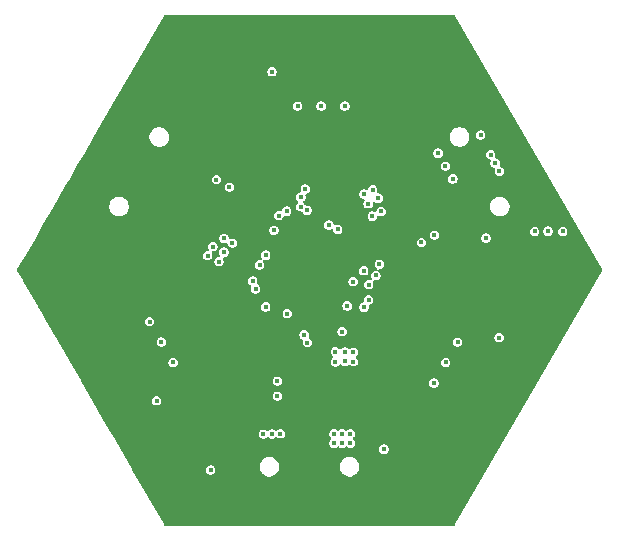
<source format=gbr>
%TF.GenerationSoftware,KiCad,Pcbnew,9.0.6-rc1*%
%TF.CreationDate,2025-10-31T17:35:14+01:00*%
%TF.ProjectId,PCB_BRUSHED,5043425f-4252-4555-9348-45442e6b6963,rev?*%
%TF.SameCoordinates,Original*%
%TF.FileFunction,Copper,L5,Inr*%
%TF.FilePolarity,Positive*%
%FSLAX46Y46*%
G04 Gerber Fmt 4.6, Leading zero omitted, Abs format (unit mm)*
G04 Created by KiCad (PCBNEW 9.0.6-rc1) date 2025-10-31 17:35:14*
%MOMM*%
%LPD*%
G01*
G04 APERTURE LIST*
%TA.AperFunction,ComponentPad*%
%ADD10C,0.800000*%
%TD*%
%TA.AperFunction,ComponentPad*%
%ADD11C,5.000000*%
%TD*%
%TA.AperFunction,ViaPad*%
%ADD12C,0.400000*%
%TD*%
G04 APERTURE END LIST*
D10*
%TO.N,GND*%
%TO.C,TP1*%
X138625000Y-77813467D03*
X139174175Y-76487642D03*
X139174175Y-79139292D03*
X140500000Y-75938467D03*
D11*
X140500000Y-77813467D03*
D10*
X140500000Y-79688467D03*
X141825825Y-76487642D03*
X141825825Y-79139292D03*
X142375000Y-77813467D03*
%TD*%
%TO.N,GND*%
%TO.C,TP3*%
X138625000Y-114186533D03*
X139174175Y-112860708D03*
X139174175Y-115512358D03*
X140500000Y-112311533D03*
D11*
X140500000Y-114186533D03*
D10*
X140500000Y-116061533D03*
X141825825Y-112860708D03*
X141825825Y-115512358D03*
X142375000Y-114186533D03*
%TD*%
%TO.N,GND*%
%TO.C,TP2*%
X107125000Y-96000000D03*
X107674175Y-94674175D03*
X107674175Y-97325825D03*
X109000000Y-94125000D03*
D11*
X109000000Y-96000000D03*
D10*
X109000000Y-97875000D03*
X110325825Y-94674175D03*
X110325825Y-97325825D03*
X110875000Y-96000000D03*
%TD*%
D12*
%TO.N,GND*%
X140050000Y-74750000D03*
X119840000Y-74749192D03*
X121284000Y-74749192D03*
X129948000Y-74749192D03*
X119118000Y-74749192D03*
X128504000Y-74749192D03*
X118396000Y-74749192D03*
X134280000Y-74749192D03*
X129226000Y-74749192D03*
X138612000Y-74749192D03*
X122006000Y-74749192D03*
X141500000Y-74749192D03*
X127060000Y-74749192D03*
X124894000Y-74749192D03*
X142220000Y-74750000D03*
X130670000Y-74749192D03*
X137168000Y-74749192D03*
X123450000Y-74749192D03*
X125616000Y-74749192D03*
X132114000Y-74749192D03*
X140778000Y-74749192D03*
X124172000Y-74749192D03*
X139300000Y-74750000D03*
X122728000Y-74749192D03*
X132836000Y-74749192D03*
X126338000Y-74749192D03*
X127782000Y-74749192D03*
X136446000Y-74749192D03*
X133558000Y-74749192D03*
X131392000Y-74749192D03*
X137890000Y-74749192D03*
X135724000Y-74749192D03*
X135002000Y-74749192D03*
X120562000Y-74749192D03*
X140050000Y-117270000D03*
X119840000Y-117269192D03*
X121284000Y-117269192D03*
X129948000Y-117269192D03*
X119118000Y-117269192D03*
X128504000Y-117269192D03*
X118396000Y-117269192D03*
X134280000Y-117269192D03*
X129226000Y-117269192D03*
X138612000Y-117269192D03*
X122006000Y-117269192D03*
X141500000Y-117269192D03*
X127060000Y-117269192D03*
X124894000Y-117269192D03*
X142220000Y-117270000D03*
X130670000Y-117269192D03*
X137168000Y-117269192D03*
X123450000Y-117269192D03*
X125616000Y-117269192D03*
X132114000Y-117269192D03*
X140778000Y-117269192D03*
X124172000Y-117269192D03*
X139300000Y-117270000D03*
X122728000Y-117269192D03*
X132836000Y-117269192D03*
X126338000Y-117269192D03*
X127782000Y-117269192D03*
X136446000Y-117269192D03*
X133558000Y-117269192D03*
X131392000Y-117269192D03*
X137890000Y-117269192D03*
X135724000Y-117269192D03*
X135002000Y-117269192D03*
X120562000Y-117269192D03*
X105530000Y-96010000D03*
X111667000Y-85380404D03*
X105891000Y-95384729D03*
X113833000Y-81628782D03*
X106613000Y-94134189D03*
X106252000Y-94759459D03*
X110945000Y-86630945D03*
X116718700Y-76632219D03*
X107335000Y-92883648D03*
X109501000Y-89132026D03*
X108779000Y-90382567D03*
X113472000Y-82254052D03*
X112389000Y-84129863D03*
X116343700Y-77281738D03*
X115638000Y-78502430D03*
X112028000Y-84755134D03*
X114555000Y-80378241D03*
X112750000Y-83504593D03*
X111306000Y-86005674D03*
X108057000Y-91633107D03*
X115999000Y-77877160D03*
X115277000Y-79127701D03*
X107696000Y-92258378D03*
X113111000Y-82879323D03*
X110584000Y-87256215D03*
X114194000Y-81003512D03*
X106974000Y-93508918D03*
X110223000Y-87881485D03*
X117082000Y-76001349D03*
X108418000Y-91007837D03*
X109140000Y-89757296D03*
X117443000Y-75376079D03*
X114916000Y-79752971D03*
X109862000Y-88506756D03*
X109862000Y-103513244D03*
X114916000Y-112267029D03*
X117443000Y-116643921D03*
X109140000Y-102262704D03*
X108418000Y-101012163D03*
X117082000Y-116018651D03*
X110223000Y-104138515D03*
X106974000Y-98511082D03*
X114194000Y-111016488D03*
X110584000Y-104763785D03*
X113111000Y-109140677D03*
X107696000Y-99761622D03*
X115277000Y-112892299D03*
X115999000Y-114142840D03*
X108057000Y-100386893D03*
X111306000Y-106014326D03*
X112750000Y-108515407D03*
X114555000Y-111641759D03*
X112028000Y-107264866D03*
X115638000Y-113517570D03*
X116342300Y-114739070D03*
X112389000Y-107890137D03*
X113472000Y-109765948D03*
X108779000Y-101637433D03*
X109501000Y-102887974D03*
X107335000Y-99136352D03*
X116717300Y-115388589D03*
X110945000Y-105389055D03*
X106252000Y-97260541D03*
X106613000Y-97885811D03*
X113833000Y-110391218D03*
X105891000Y-96635271D03*
X111667000Y-106639596D03*
X153040000Y-93481206D03*
X142588700Y-75377407D03*
X145476700Y-80379569D03*
X149086700Y-86632273D03*
X147281700Y-83505921D03*
X144393700Y-78503758D03*
X149808700Y-87882813D03*
X148003700Y-84756462D03*
X145837700Y-81004840D03*
X152335700Y-92259706D03*
X151613700Y-91009165D03*
X150891700Y-89758624D03*
X151252700Y-90383895D03*
X154140700Y-95386057D03*
X151974700Y-91634435D03*
X144754700Y-79129029D03*
X146559700Y-82255380D03*
X152696700Y-92884976D03*
X144032700Y-77878488D03*
X142949700Y-76002677D03*
X146198700Y-81630110D03*
X145115700Y-79754299D03*
X143310700Y-76627947D03*
X143671700Y-77253218D03*
X153779700Y-94760787D03*
X148725700Y-86007002D03*
X147642700Y-84131191D03*
X149447700Y-87257543D03*
X146920700Y-82880651D03*
X150169700Y-88508084D03*
X148364700Y-85381732D03*
X150530700Y-89133354D03*
X153415000Y-94130725D03*
X152334000Y-99761622D03*
X146919000Y-109140677D03*
X154139000Y-96635271D03*
X151251000Y-101637433D03*
X147641000Y-107890137D03*
X143686300Y-114738262D03*
X149446000Y-104763785D03*
X153417000Y-97885811D03*
X153056000Y-98511082D03*
X149085000Y-105389055D03*
X142948000Y-116018651D03*
X146558000Y-109765948D03*
X147280000Y-108515407D03*
X149807000Y-104138515D03*
X148002000Y-107264866D03*
X143311300Y-115387781D03*
X151612000Y-101012163D03*
X148363000Y-106639596D03*
X146197000Y-110391218D03*
X150529000Y-102887974D03*
X150890000Y-102262704D03*
X144392000Y-113517570D03*
X150168000Y-103513244D03*
X151973000Y-100386893D03*
X145475000Y-111641759D03*
X144753000Y-112892299D03*
X144031000Y-114142840D03*
X145114000Y-112267029D03*
X152695000Y-99136352D03*
X142587000Y-116643921D03*
X145836000Y-111016488D03*
X153778000Y-97260541D03*
X148724000Y-106014326D03*
X134600000Y-103880000D03*
X134960000Y-102890000D03*
X134700000Y-108810000D03*
X125775000Y-86850000D03*
X124350000Y-116475000D03*
X124250000Y-115300000D03*
X127425000Y-108700000D03*
X124525000Y-113000000D03*
X123600000Y-113725000D03*
X145775000Y-93300000D03*
X150425000Y-91725000D03*
X143822095Y-93028750D03*
X135900000Y-94125000D03*
X126975000Y-83125000D03*
X127000000Y-82000000D03*
X126975000Y-80950000D03*
X120450000Y-105000000D03*
X118475000Y-106100000D03*
X125025000Y-92350000D03*
X128275000Y-90125000D03*
X124650000Y-90900000D03*
X120400000Y-88525000D03*
X125575000Y-89000000D03*
X145430000Y-105870000D03*
X134820000Y-86190000D03*
X145480000Y-84180000D03*
X130178372Y-93898968D03*
X114180000Y-97060000D03*
X111835552Y-87360641D03*
X136430000Y-105760000D03*
X121880000Y-108060000D03*
X134925000Y-76001115D03*
X110235865Y-101641108D03*
X125700000Y-79290000D03*
X117400000Y-91340000D03*
X144630000Y-96380000D03*
X116720000Y-88620000D03*
X136240000Y-97870000D03*
X123280000Y-100200000D03*
X115126448Y-89260641D03*
X138680000Y-82870000D03*
X119415654Y-93021161D03*
X127900000Y-96500000D03*
X113870000Y-86010000D03*
X113840000Y-100570000D03*
X124178150Y-91542276D03*
X143050000Y-96000000D03*
X143770000Y-83730000D03*
X128600000Y-95275000D03*
X150980000Y-93890000D03*
X137375000Y-111250000D03*
X139460000Y-108640000D03*
X148100000Y-95700000D03*
X130725000Y-113225000D03*
X129050000Y-103270000D03*
X138475000Y-92172724D03*
X140200000Y-91172724D03*
X116010000Y-96950000D03*
X113932147Y-101643255D03*
X139375000Y-91675000D03*
X123210000Y-108980000D03*
X129050000Y-107275000D03*
X146564448Y-84589359D03*
X115260000Y-86810000D03*
X118760000Y-99310000D03*
X137460000Y-98350000D03*
X127288000Y-107925000D03*
X129050000Y-105275000D03*
X132712000Y-106655000D03*
X114020000Y-88670000D03*
X127120000Y-89370000D03*
X129075000Y-106275000D03*
X140430000Y-97160000D03*
X129175000Y-113225000D03*
X141684198Y-92386161D03*
X127930000Y-84260000D03*
X122450000Y-90552276D03*
X123090000Y-79550000D03*
X138260000Y-104170000D03*
X124550000Y-109875000D03*
X113270000Y-98390000D03*
X132500000Y-95275000D03*
X134340000Y-106340000D03*
X133680000Y-85670000D03*
X129675000Y-94850000D03*
X126470000Y-91310000D03*
X137872346Y-88323839D03*
X131757500Y-115675000D03*
X124190000Y-98300000D03*
X136610000Y-99710000D03*
X141990000Y-107430000D03*
X121027802Y-87688839D03*
X120725000Y-89552276D03*
X133075000Y-79201115D03*
X137180000Y-87330000D03*
X149755808Y-101701524D03*
X125210000Y-88080000D03*
X135050000Y-109850000D03*
X144240000Y-107780000D03*
X129950000Y-113200000D03*
X139940000Y-100580000D03*
X124520000Y-101000000D03*
X112830000Y-93240000D03*
X125750000Y-105470000D03*
X119461500Y-105548076D03*
X141170000Y-109010000D03*
X142741281Y-82895194D03*
X141730000Y-96490000D03*
X118800000Y-94540000D03*
X116400000Y-90700000D03*
X140740000Y-84970000D03*
X128800000Y-88730000D03*
X147716281Y-91512147D03*
X112760000Y-87860000D03*
X129040000Y-102020000D03*
X123300000Y-91050000D03*
X124975000Y-76001115D03*
X118640000Y-97310000D03*
X133910000Y-79670000D03*
X131375000Y-96925000D03*
X115210865Y-110258060D03*
X143538500Y-100351924D03*
X121600000Y-90075000D03*
X115170000Y-94890000D03*
X124540000Y-97520000D03*
X129550000Y-97850000D03*
X122960000Y-83970000D03*
X120940000Y-103860000D03*
X137760000Y-105250000D03*
X126075000Y-101425000D03*
X121850000Y-96250000D03*
X147570000Y-102290000D03*
X141050000Y-99980000D03*
X146070000Y-100590000D03*
X131475000Y-95800000D03*
X129050000Y-104250000D03*
X146550000Y-104340000D03*
X125720000Y-108280000D03*
X127278750Y-100647095D03*
X124250000Y-102840000D03*
X144780808Y-110318476D03*
X125810000Y-103600000D03*
X143273552Y-86489359D03*
X139680000Y-85480000D03*
X123780000Y-86350000D03*
X145580000Y-85260000D03*
%TO.N,VBAT+*%
X133000000Y-102925000D03*
X133000000Y-103725000D03*
X121375000Y-94775000D03*
X123475000Y-93700000D03*
X133725000Y-103750000D03*
X121825000Y-94000000D03*
X132200000Y-103775000D03*
X126100000Y-109875000D03*
X135825000Y-89900000D03*
X127550000Y-109850000D03*
X134625000Y-89550000D03*
X122750000Y-94475000D03*
X126825000Y-109875000D03*
X136075000Y-91025000D03*
X132200000Y-102900000D03*
X133725000Y-102925000D03*
X122775000Y-93300000D03*
X122350000Y-95275000D03*
X135350000Y-89175000D03*
X134975000Y-90375000D03*
X135325000Y-91425000D03*
%TO.N,+3.3V*%
X146059526Y-101703671D03*
X132775000Y-109850000D03*
X129250000Y-90625000D03*
X132075000Y-110650000D03*
X132075000Y-109850000D03*
X133475000Y-109850000D03*
X125450000Y-97575000D03*
X125200000Y-96925000D03*
X117057147Y-107055913D03*
X134600000Y-96050000D03*
X140538500Y-105548076D03*
X133000000Y-82100000D03*
X132775000Y-110650000D03*
X133475000Y-110650000D03*
X144500000Y-84550000D03*
X126825000Y-79201115D03*
X116461500Y-100351924D03*
X133700000Y-96975000D03*
X129800000Y-90925000D03*
X136300000Y-111150000D03*
%TO.N,/ADC2_IN5*%
X133200000Y-99025000D03*
%TO.N,/NRST*%
X128125000Y-99675000D03*
X140895000Y-86097341D03*
%TO.N,/ADC_VBAT*%
X126300000Y-99100000D03*
X121642500Y-112925000D03*
%TO.N,/EXT_BTN_EXTI10*%
X144950000Y-93275000D03*
X127000000Y-92625000D03*
%TO.N,Net-(IC2-IN1)*%
X129272095Y-89821250D03*
X139484494Y-93656161D03*
%TO.N,Net-(IC2-IN2)*%
X140584346Y-93021161D03*
X129647095Y-89121250D03*
%TO.N,Net-(IC3-IN2)*%
X127288000Y-106655000D03*
X134627905Y-99128750D03*
%TO.N,Net-(IC3-IN1)*%
X127288000Y-105385000D03*
X135002905Y-98503750D03*
%TO.N,Net-(IC4-IN1)*%
X132775000Y-101200000D03*
X123227506Y-88958839D03*
%TO.N,Net-(IC4-IN2)*%
X122127654Y-88323839D03*
%TO.N,/MOT2_HALL_B{slash}TIM1CH2*%
X131000000Y-82100000D03*
X131650000Y-92175000D03*
%TO.N,/MOT2_HALL_A{slash}TIM1CH1*%
X129000000Y-82100000D03*
X132400000Y-92550000D03*
%TO.N,/MOT1_HALL_B{slash}TIM2CH2*%
X129825000Y-102125000D03*
X141538500Y-103816025D03*
%TO.N,/MOT1_HALL_A{slash}TIM2CH1*%
X142538500Y-102083975D03*
X129550000Y-101475000D03*
%TO.N,/SWDIO*%
X142145000Y-88262405D03*
X128075000Y-91000000D03*
%TO.N,/SWCLK*%
X127400000Y-91375000D03*
X141520000Y-87179873D03*
%TO.N,/MOT3_HALL_B{slash}TIM8CH2*%
X117461500Y-102083975D03*
X125775000Y-95550000D03*
%TO.N,/MOT3_HALL_A{slash}TIM8CH1*%
X118461500Y-103816025D03*
X126300000Y-94725000D03*
%TO.N,/USART3_TX*%
X135625000Y-96450000D03*
X150200000Y-92700000D03*
X145722804Y-86922804D03*
%TO.N,/USART3_RX*%
X149075000Y-92725000D03*
X135925000Y-95500000D03*
X146086553Y-87636553D03*
%TO.N,/UART_EXTI*%
X135025000Y-97225000D03*
X145343205Y-86218205D03*
X151450000Y-92725000D03*
%TO.N,GND*%
X154500000Y-96010000D03*
%TD*%
%TA.AperFunction,Conductor*%
%TO.N,GND*%
G36*
X142223953Y-74390394D02*
G01*
X142232276Y-74389111D01*
X142256982Y-74400092D01*
X142282914Y-74407707D01*
X142288426Y-74414069D01*
X142296123Y-74417490D01*
X142319505Y-74443927D01*
X142325945Y-74453729D01*
X142330024Y-74463574D01*
X142336996Y-74470546D01*
X142343968Y-74481156D01*
X142347724Y-74487250D01*
X154732683Y-95937998D01*
X154749157Y-96005898D01*
X154732683Y-96062000D01*
X148586191Y-106707727D01*
X142347722Y-117512752D01*
X142347722Y-117512753D01*
X142339561Y-117526888D01*
X142330024Y-117536426D01*
X142319792Y-117561125D01*
X142315733Y-117568156D01*
X142315730Y-117568162D01*
X142311295Y-117575844D01*
X142260735Y-117624062D01*
X142203905Y-117637851D01*
X117796095Y-117637851D01*
X117729056Y-117618166D01*
X117688709Y-117575853D01*
X117684273Y-117568170D01*
X117677097Y-117553617D01*
X117669977Y-117536428D01*
X117666833Y-117531722D01*
X117652275Y-117512750D01*
X115004121Y-112926147D01*
X114973016Y-112872273D01*
X121242000Y-112872273D01*
X121242000Y-112977727D01*
X121269293Y-113079587D01*
X121322020Y-113170913D01*
X121396587Y-113245480D01*
X121487913Y-113298207D01*
X121589773Y-113325500D01*
X121589775Y-113325500D01*
X121695225Y-113325500D01*
X121695227Y-113325500D01*
X121797087Y-113298207D01*
X121888413Y-113245480D01*
X121962980Y-113170913D01*
X122015707Y-113079587D01*
X122043000Y-112977727D01*
X122043000Y-112872273D01*
X122015707Y-112770413D01*
X121993129Y-112731307D01*
X125774499Y-112731307D01*
X125806222Y-112890783D01*
X125806225Y-112890793D01*
X125868450Y-113041019D01*
X125868452Y-113041023D01*
X125958788Y-113176220D01*
X125958794Y-113176228D01*
X126073771Y-113291205D01*
X126073779Y-113291211D01*
X126208976Y-113381547D01*
X126208980Y-113381549D01*
X126359206Y-113443774D01*
X126359211Y-113443776D01*
X126359215Y-113443776D01*
X126359216Y-113443777D01*
X126518692Y-113475500D01*
X126518695Y-113475500D01*
X126681307Y-113475500D01*
X126788598Y-113454157D01*
X126840789Y-113443776D01*
X126991021Y-113381548D01*
X126991023Y-113381547D01*
X127115750Y-113298207D01*
X127126225Y-113291208D01*
X127241208Y-113176225D01*
X127331548Y-113041021D01*
X127393776Y-112890789D01*
X127417721Y-112770413D01*
X127425500Y-112731307D01*
X132574499Y-112731307D01*
X132606222Y-112890783D01*
X132606225Y-112890793D01*
X132668450Y-113041019D01*
X132668452Y-113041023D01*
X132758788Y-113176220D01*
X132758794Y-113176228D01*
X132873771Y-113291205D01*
X132873779Y-113291211D01*
X133008976Y-113381547D01*
X133008980Y-113381549D01*
X133159206Y-113443774D01*
X133159211Y-113443776D01*
X133159215Y-113443776D01*
X133159216Y-113443777D01*
X133318692Y-113475500D01*
X133318695Y-113475500D01*
X133481307Y-113475500D01*
X133588598Y-113454157D01*
X133640789Y-113443776D01*
X133791021Y-113381548D01*
X133791023Y-113381547D01*
X133915750Y-113298207D01*
X133926225Y-113291208D01*
X134041208Y-113176225D01*
X134131548Y-113041021D01*
X134193776Y-112890789D01*
X134217721Y-112770413D01*
X134225500Y-112731307D01*
X134225500Y-112568692D01*
X134193777Y-112409216D01*
X134193776Y-112409215D01*
X134193776Y-112409211D01*
X134193774Y-112409206D01*
X134131549Y-112258980D01*
X134131547Y-112258976D01*
X134041211Y-112123779D01*
X134041205Y-112123771D01*
X133926228Y-112008794D01*
X133926220Y-112008788D01*
X133791023Y-111918452D01*
X133791019Y-111918450D01*
X133640793Y-111856225D01*
X133640783Y-111856222D01*
X133481307Y-111824500D01*
X133481305Y-111824500D01*
X133318695Y-111824500D01*
X133318693Y-111824500D01*
X133159216Y-111856222D01*
X133159206Y-111856225D01*
X133008980Y-111918450D01*
X133008976Y-111918452D01*
X132873779Y-112008788D01*
X132873771Y-112008794D01*
X132758794Y-112123771D01*
X132758788Y-112123779D01*
X132668452Y-112258976D01*
X132668450Y-112258980D01*
X132606225Y-112409206D01*
X132606222Y-112409216D01*
X132574500Y-112568692D01*
X132574500Y-112568695D01*
X132574500Y-112731305D01*
X132574500Y-112731307D01*
X132574499Y-112731307D01*
X127425500Y-112731307D01*
X127425500Y-112568692D01*
X127393777Y-112409216D01*
X127393776Y-112409215D01*
X127393776Y-112409211D01*
X127393774Y-112409206D01*
X127331549Y-112258980D01*
X127331547Y-112258976D01*
X127241211Y-112123779D01*
X127241205Y-112123771D01*
X127126228Y-112008794D01*
X127126220Y-112008788D01*
X126991023Y-111918452D01*
X126991019Y-111918450D01*
X126840793Y-111856225D01*
X126840783Y-111856222D01*
X126681307Y-111824500D01*
X126681305Y-111824500D01*
X126518695Y-111824500D01*
X126518693Y-111824500D01*
X126359216Y-111856222D01*
X126359206Y-111856225D01*
X126208980Y-111918450D01*
X126208976Y-111918452D01*
X126073779Y-112008788D01*
X126073771Y-112008794D01*
X125958794Y-112123771D01*
X125958788Y-112123779D01*
X125868452Y-112258976D01*
X125868450Y-112258980D01*
X125806225Y-112409206D01*
X125806222Y-112409216D01*
X125774500Y-112568692D01*
X125774500Y-112568695D01*
X125774500Y-112731305D01*
X125774500Y-112731307D01*
X125774499Y-112731307D01*
X121993129Y-112731307D01*
X121962980Y-112679087D01*
X121888413Y-112604520D01*
X121797087Y-112551793D01*
X121695227Y-112524500D01*
X121589773Y-112524500D01*
X121487913Y-112551793D01*
X121487910Y-112551794D01*
X121396585Y-112604521D01*
X121322021Y-112679085D01*
X121269294Y-112770410D01*
X121269293Y-112770413D01*
X121242000Y-112872273D01*
X114973016Y-112872273D01*
X113948189Y-111097273D01*
X135899500Y-111097273D01*
X135899500Y-111202727D01*
X135926793Y-111304587D01*
X135979520Y-111395913D01*
X136054087Y-111470480D01*
X136145413Y-111523207D01*
X136247273Y-111550500D01*
X136247275Y-111550500D01*
X136352725Y-111550500D01*
X136352727Y-111550500D01*
X136454587Y-111523207D01*
X136545913Y-111470480D01*
X136620480Y-111395913D01*
X136673207Y-111304587D01*
X136700500Y-111202727D01*
X136700500Y-111097273D01*
X136673207Y-110995413D01*
X136620480Y-110904087D01*
X136545913Y-110829520D01*
X136454587Y-110776793D01*
X136352727Y-110749500D01*
X136247273Y-110749500D01*
X136145413Y-110776793D01*
X136145410Y-110776794D01*
X136054085Y-110829521D01*
X135979521Y-110904085D01*
X135926794Y-110995410D01*
X135926793Y-110995413D01*
X135899500Y-111097273D01*
X113948189Y-111097273D01*
X113243151Y-109876147D01*
X113212046Y-109822273D01*
X125699500Y-109822273D01*
X125699500Y-109927727D01*
X125726793Y-110029587D01*
X125779520Y-110120913D01*
X125854087Y-110195480D01*
X125945413Y-110248207D01*
X126047273Y-110275500D01*
X126047275Y-110275500D01*
X126152725Y-110275500D01*
X126152727Y-110275500D01*
X126254587Y-110248207D01*
X126345913Y-110195480D01*
X126374819Y-110166574D01*
X126436142Y-110133089D01*
X126505834Y-110138073D01*
X126550181Y-110166574D01*
X126579087Y-110195480D01*
X126670413Y-110248207D01*
X126772273Y-110275500D01*
X126772275Y-110275500D01*
X126877725Y-110275500D01*
X126877727Y-110275500D01*
X126979587Y-110248207D01*
X127070913Y-110195480D01*
X127112319Y-110154073D01*
X127173640Y-110120589D01*
X127243331Y-110125573D01*
X127287678Y-110154072D01*
X127295926Y-110162319D01*
X127304087Y-110170480D01*
X127395413Y-110223207D01*
X127497273Y-110250500D01*
X127497275Y-110250500D01*
X127602725Y-110250500D01*
X127602727Y-110250500D01*
X127704587Y-110223207D01*
X127795913Y-110170480D01*
X127870480Y-110095913D01*
X127923207Y-110004587D01*
X127950500Y-109902727D01*
X127950500Y-109797273D01*
X131674500Y-109797273D01*
X131674500Y-109902727D01*
X131681199Y-109927726D01*
X131701793Y-110004586D01*
X131701794Y-110004589D01*
X131754521Y-110095914D01*
X131820926Y-110162319D01*
X131854411Y-110223642D01*
X131849427Y-110293334D01*
X131820926Y-110337681D01*
X131754521Y-110404085D01*
X131701794Y-110495410D01*
X131701793Y-110495413D01*
X131674500Y-110597273D01*
X131674500Y-110702727D01*
X131701793Y-110804587D01*
X131754520Y-110895913D01*
X131829087Y-110970480D01*
X131920413Y-111023207D01*
X132022273Y-111050500D01*
X132022275Y-111050500D01*
X132127725Y-111050500D01*
X132127727Y-111050500D01*
X132229587Y-111023207D01*
X132320913Y-110970480D01*
X132337319Y-110954074D01*
X132398642Y-110920589D01*
X132468334Y-110925573D01*
X132512681Y-110954074D01*
X132529087Y-110970480D01*
X132620413Y-111023207D01*
X132722273Y-111050500D01*
X132722275Y-111050500D01*
X132827725Y-111050500D01*
X132827727Y-111050500D01*
X132929587Y-111023207D01*
X133020913Y-110970480D01*
X133037319Y-110954074D01*
X133098642Y-110920589D01*
X133168334Y-110925573D01*
X133212681Y-110954074D01*
X133229087Y-110970480D01*
X133320413Y-111023207D01*
X133422273Y-111050500D01*
X133422275Y-111050500D01*
X133527725Y-111050500D01*
X133527727Y-111050500D01*
X133629587Y-111023207D01*
X133720913Y-110970480D01*
X133795480Y-110895913D01*
X133848207Y-110804587D01*
X133875500Y-110702727D01*
X133875500Y-110597273D01*
X133848207Y-110495413D01*
X133795480Y-110404087D01*
X133729074Y-110337681D01*
X133695589Y-110276358D01*
X133700573Y-110206666D01*
X133729074Y-110162319D01*
X133758304Y-110133089D01*
X133795480Y-110095913D01*
X133848207Y-110004587D01*
X133875500Y-109902727D01*
X133875500Y-109797273D01*
X133848207Y-109695413D01*
X133795480Y-109604087D01*
X133720913Y-109529520D01*
X133629587Y-109476793D01*
X133527727Y-109449500D01*
X133422273Y-109449500D01*
X133320413Y-109476793D01*
X133320410Y-109476794D01*
X133229085Y-109529521D01*
X133212681Y-109545926D01*
X133151358Y-109579411D01*
X133081666Y-109574427D01*
X133037319Y-109545926D01*
X133020914Y-109529521D01*
X133020913Y-109529520D01*
X132929587Y-109476793D01*
X132827727Y-109449500D01*
X132722273Y-109449500D01*
X132620413Y-109476793D01*
X132620410Y-109476794D01*
X132529085Y-109529521D01*
X132512681Y-109545926D01*
X132451358Y-109579411D01*
X132381666Y-109574427D01*
X132337319Y-109545926D01*
X132320914Y-109529521D01*
X132320913Y-109529520D01*
X132229587Y-109476793D01*
X132127727Y-109449500D01*
X132022273Y-109449500D01*
X131920413Y-109476793D01*
X131920410Y-109476794D01*
X131829085Y-109529521D01*
X131754521Y-109604085D01*
X131701794Y-109695410D01*
X131701793Y-109695413D01*
X131674500Y-109797273D01*
X127950500Y-109797273D01*
X127923207Y-109695413D01*
X127870480Y-109604087D01*
X127795913Y-109529520D01*
X127704587Y-109476793D01*
X127602727Y-109449500D01*
X127497273Y-109449500D01*
X127395413Y-109476793D01*
X127395410Y-109476794D01*
X127304085Y-109529521D01*
X127262681Y-109570926D01*
X127201358Y-109604411D01*
X127131666Y-109599427D01*
X127087319Y-109570926D01*
X127070914Y-109554521D01*
X127070913Y-109554520D01*
X126979587Y-109501793D01*
X126877727Y-109474500D01*
X126772273Y-109474500D01*
X126670413Y-109501793D01*
X126670410Y-109501794D01*
X126579085Y-109554521D01*
X126550181Y-109583426D01*
X126488858Y-109616911D01*
X126419166Y-109611927D01*
X126374819Y-109583426D01*
X126345914Y-109554521D01*
X126345913Y-109554520D01*
X126254587Y-109501793D01*
X126152727Y-109474500D01*
X126047273Y-109474500D01*
X125945413Y-109501793D01*
X125945410Y-109501794D01*
X125854085Y-109554521D01*
X125779521Y-109629085D01*
X125726794Y-109720410D01*
X125726793Y-109720413D01*
X125699500Y-109822273D01*
X113212046Y-109822273D01*
X112451405Y-108504845D01*
X111584397Y-107003186D01*
X116656647Y-107003186D01*
X116656647Y-107108640D01*
X116683940Y-107210500D01*
X116736667Y-107301826D01*
X116811234Y-107376393D01*
X116902560Y-107429120D01*
X117004420Y-107456413D01*
X117004422Y-107456413D01*
X117109872Y-107456413D01*
X117109874Y-107456413D01*
X117211734Y-107429120D01*
X117303060Y-107376393D01*
X117377627Y-107301826D01*
X117430354Y-107210500D01*
X117457647Y-107108640D01*
X117457647Y-107003186D01*
X117430354Y-106901326D01*
X117377627Y-106810000D01*
X117303060Y-106735433D01*
X117211734Y-106682706D01*
X117109874Y-106655413D01*
X117004420Y-106655413D01*
X116902560Y-106682706D01*
X116902557Y-106682707D01*
X116811232Y-106735434D01*
X116736668Y-106809998D01*
X116683941Y-106901323D01*
X116683940Y-106901326D01*
X116656647Y-107003186D01*
X111584397Y-107003186D01*
X111352923Y-106602273D01*
X126887500Y-106602273D01*
X126887500Y-106707727D01*
X126914793Y-106809587D01*
X126967520Y-106900913D01*
X127042087Y-106975480D01*
X127133413Y-107028207D01*
X127235273Y-107055500D01*
X127235275Y-107055500D01*
X127340725Y-107055500D01*
X127340727Y-107055500D01*
X127442587Y-107028207D01*
X127533913Y-106975480D01*
X127608480Y-106900913D01*
X127661207Y-106809587D01*
X127688500Y-106707727D01*
X127688500Y-106602273D01*
X127661207Y-106500413D01*
X127608480Y-106409087D01*
X127533913Y-106334520D01*
X127442587Y-106281793D01*
X127340727Y-106254500D01*
X127235273Y-106254500D01*
X127133413Y-106281793D01*
X127133410Y-106281794D01*
X127042085Y-106334521D01*
X126967521Y-106409085D01*
X126914794Y-106500410D01*
X126914793Y-106500413D01*
X126887500Y-106602273D01*
X111352923Y-106602273D01*
X110886247Y-105793990D01*
X110650772Y-105386147D01*
X110619667Y-105332273D01*
X126887500Y-105332273D01*
X126887500Y-105437727D01*
X126914793Y-105539587D01*
X126967520Y-105630913D01*
X127042087Y-105705480D01*
X127133413Y-105758207D01*
X127235273Y-105785500D01*
X127235275Y-105785500D01*
X127340725Y-105785500D01*
X127340727Y-105785500D01*
X127442587Y-105758207D01*
X127533913Y-105705480D01*
X127608480Y-105630913D01*
X127661207Y-105539587D01*
X127673060Y-105495349D01*
X140138000Y-105495349D01*
X140138000Y-105600803D01*
X140165293Y-105702663D01*
X140218020Y-105793989D01*
X140292587Y-105868556D01*
X140383913Y-105921283D01*
X140485773Y-105948576D01*
X140485775Y-105948576D01*
X140591225Y-105948576D01*
X140591227Y-105948576D01*
X140693087Y-105921283D01*
X140784413Y-105868556D01*
X140858980Y-105793989D01*
X140911707Y-105702663D01*
X140939000Y-105600803D01*
X140939000Y-105495349D01*
X140911707Y-105393489D01*
X140858980Y-105302163D01*
X140784413Y-105227596D01*
X140693087Y-105174869D01*
X140591227Y-105147576D01*
X140485773Y-105147576D01*
X140383913Y-105174869D01*
X140383910Y-105174870D01*
X140292585Y-105227597D01*
X140218021Y-105302161D01*
X140165294Y-105393486D01*
X140165293Y-105393489D01*
X140138000Y-105495349D01*
X127673060Y-105495349D01*
X127688500Y-105437727D01*
X127688500Y-105332273D01*
X127661207Y-105230413D01*
X127608480Y-105139087D01*
X127533913Y-105064520D01*
X127442587Y-105011793D01*
X127340727Y-104984500D01*
X127235273Y-104984500D01*
X127133413Y-105011793D01*
X127133410Y-105011794D01*
X127042085Y-105064521D01*
X126967521Y-105139085D01*
X126914794Y-105230410D01*
X126914793Y-105230413D01*
X126887500Y-105332273D01*
X110619667Y-105332273D01*
X109891148Y-104070478D01*
X109713792Y-103763298D01*
X118061000Y-103763298D01*
X118061000Y-103868752D01*
X118088293Y-103970612D01*
X118141020Y-104061938D01*
X118215587Y-104136505D01*
X118306913Y-104189232D01*
X118408773Y-104216525D01*
X118408775Y-104216525D01*
X118514225Y-104216525D01*
X118514227Y-104216525D01*
X118616087Y-104189232D01*
X118707413Y-104136505D01*
X118781980Y-104061938D01*
X118834707Y-103970612D01*
X118862000Y-103868752D01*
X118862000Y-103763298D01*
X118834707Y-103661438D01*
X118781980Y-103570112D01*
X118707413Y-103495545D01*
X118636357Y-103454521D01*
X118616089Y-103442819D01*
X118616088Y-103442818D01*
X118616087Y-103442818D01*
X118514227Y-103415525D01*
X118408773Y-103415525D01*
X118306913Y-103442818D01*
X118306910Y-103442819D01*
X118215585Y-103495546D01*
X118141021Y-103570110D01*
X118088294Y-103661435D01*
X118088293Y-103661438D01*
X118061000Y-103763298D01*
X109713792Y-103763298D01*
X109184909Y-102847273D01*
X131799500Y-102847273D01*
X131799500Y-102952727D01*
X131826793Y-103054587D01*
X131879520Y-103145913D01*
X131954087Y-103220480D01*
X131970774Y-103230114D01*
X132018989Y-103280682D01*
X132032210Y-103349289D01*
X132006241Y-103414153D01*
X131970774Y-103444886D01*
X131954085Y-103454521D01*
X131879521Y-103529085D01*
X131826794Y-103620410D01*
X131826793Y-103620413D01*
X131799500Y-103722273D01*
X131799500Y-103827727D01*
X131826793Y-103929587D01*
X131879520Y-104020913D01*
X131954087Y-104095480D01*
X132045413Y-104148207D01*
X132147273Y-104175500D01*
X132147275Y-104175500D01*
X132252725Y-104175500D01*
X132252727Y-104175500D01*
X132354587Y-104148207D01*
X132445913Y-104095480D01*
X132520480Y-104020913D01*
X132520486Y-104020901D01*
X132525158Y-104014814D01*
X132581584Y-103973607D01*
X132651329Y-103969448D01*
X132711220Y-104002613D01*
X132754087Y-104045480D01*
X132845413Y-104098207D01*
X132947273Y-104125500D01*
X132947275Y-104125500D01*
X133052725Y-104125500D01*
X133052727Y-104125500D01*
X133154587Y-104098207D01*
X133245913Y-104045480D01*
X133262319Y-104029074D01*
X133323642Y-103995589D01*
X133393334Y-104000573D01*
X133437681Y-104029074D01*
X133479087Y-104070480D01*
X133570413Y-104123207D01*
X133672273Y-104150500D01*
X133672275Y-104150500D01*
X133777725Y-104150500D01*
X133777727Y-104150500D01*
X133879587Y-104123207D01*
X133970913Y-104070480D01*
X134045480Y-103995913D01*
X134098207Y-103904587D01*
X134125500Y-103802727D01*
X134125500Y-103763298D01*
X141138000Y-103763298D01*
X141138000Y-103868752D01*
X141165293Y-103970612D01*
X141218020Y-104061938D01*
X141292587Y-104136505D01*
X141383913Y-104189232D01*
X141485773Y-104216525D01*
X141485775Y-104216525D01*
X141591225Y-104216525D01*
X141591227Y-104216525D01*
X141693087Y-104189232D01*
X141784413Y-104136505D01*
X141858980Y-104061938D01*
X141911707Y-103970612D01*
X141939000Y-103868752D01*
X141939000Y-103763298D01*
X141911707Y-103661438D01*
X141858980Y-103570112D01*
X141784413Y-103495545D01*
X141713357Y-103454521D01*
X141693089Y-103442819D01*
X141693088Y-103442818D01*
X141693087Y-103442818D01*
X141591227Y-103415525D01*
X141485773Y-103415525D01*
X141383913Y-103442818D01*
X141383910Y-103442819D01*
X141292585Y-103495546D01*
X141218021Y-103570110D01*
X141165294Y-103661435D01*
X141165293Y-103661438D01*
X141138000Y-103763298D01*
X134125500Y-103763298D01*
X134125500Y-103697273D01*
X134098207Y-103595413D01*
X134045480Y-103504087D01*
X133970913Y-103429520D01*
X133966574Y-103425181D01*
X133933089Y-103363858D01*
X133938073Y-103294166D01*
X133966574Y-103249819D01*
X133995915Y-103220478D01*
X134045480Y-103170913D01*
X134098207Y-103079587D01*
X134125500Y-102977727D01*
X134125500Y-102872273D01*
X134098207Y-102770413D01*
X134045480Y-102679087D01*
X133970913Y-102604520D01*
X133879587Y-102551793D01*
X133777727Y-102524500D01*
X133672273Y-102524500D01*
X133570413Y-102551793D01*
X133570410Y-102551794D01*
X133479085Y-102604521D01*
X133450181Y-102633426D01*
X133388858Y-102666911D01*
X133319166Y-102661927D01*
X133274819Y-102633426D01*
X133245914Y-102604521D01*
X133245913Y-102604520D01*
X133154587Y-102551793D01*
X133052727Y-102524500D01*
X132947273Y-102524500D01*
X132845413Y-102551793D01*
X132845410Y-102551794D01*
X132754085Y-102604521D01*
X132700181Y-102658426D01*
X132638858Y-102691911D01*
X132569166Y-102686927D01*
X132524819Y-102658426D01*
X132445914Y-102579521D01*
X132445913Y-102579520D01*
X132354587Y-102526793D01*
X132252727Y-102499500D01*
X132147273Y-102499500D01*
X132045413Y-102526793D01*
X132045410Y-102526794D01*
X131954085Y-102579521D01*
X131879521Y-102654085D01*
X131826794Y-102745410D01*
X131826793Y-102745413D01*
X131799500Y-102847273D01*
X109184909Y-102847273D01*
X108713763Y-102031248D01*
X117061000Y-102031248D01*
X117061000Y-102136702D01*
X117088293Y-102238562D01*
X117141020Y-102329888D01*
X117215587Y-102404455D01*
X117306913Y-102457182D01*
X117408773Y-102484475D01*
X117408775Y-102484475D01*
X117514225Y-102484475D01*
X117514227Y-102484475D01*
X117616087Y-102457182D01*
X117707413Y-102404455D01*
X117781980Y-102329888D01*
X117834707Y-102238562D01*
X117862000Y-102136702D01*
X117862000Y-102031248D01*
X117834707Y-101929388D01*
X117781980Y-101838062D01*
X117707413Y-101763495D01*
X117616087Y-101710768D01*
X117514227Y-101683475D01*
X117408773Y-101683475D01*
X117306913Y-101710768D01*
X117306910Y-101710769D01*
X117215585Y-101763496D01*
X117141021Y-101838060D01*
X117088294Y-101929385D01*
X117088293Y-101929388D01*
X117061000Y-102031248D01*
X108713763Y-102031248D01*
X108362161Y-101422273D01*
X129149500Y-101422273D01*
X129149500Y-101527727D01*
X129176793Y-101629587D01*
X129229520Y-101720913D01*
X129304087Y-101795480D01*
X129377838Y-101838060D01*
X129390196Y-101845195D01*
X129438412Y-101895762D01*
X129451634Y-101964370D01*
X129447971Y-101984674D01*
X129424500Y-102072271D01*
X129424500Y-102072273D01*
X129424500Y-102177727D01*
X129451793Y-102279587D01*
X129504520Y-102370913D01*
X129579087Y-102445480D01*
X129670413Y-102498207D01*
X129772273Y-102525500D01*
X129772275Y-102525500D01*
X129877725Y-102525500D01*
X129877727Y-102525500D01*
X129979587Y-102498207D01*
X130070913Y-102445480D01*
X130145480Y-102370913D01*
X130198207Y-102279587D01*
X130225500Y-102177727D01*
X130225500Y-102072273D01*
X130214508Y-102031248D01*
X142138000Y-102031248D01*
X142138000Y-102136702D01*
X142165293Y-102238562D01*
X142218020Y-102329888D01*
X142292587Y-102404455D01*
X142383913Y-102457182D01*
X142485773Y-102484475D01*
X142485775Y-102484475D01*
X142591225Y-102484475D01*
X142591227Y-102484475D01*
X142693087Y-102457182D01*
X142784413Y-102404455D01*
X142858980Y-102329888D01*
X142911707Y-102238562D01*
X142939000Y-102136702D01*
X142939000Y-102031248D01*
X142911707Y-101929388D01*
X142858980Y-101838062D01*
X142784413Y-101763495D01*
X142772119Y-101756397D01*
X142761393Y-101750204D01*
X142761392Y-101750204D01*
X142693089Y-101710769D01*
X142693088Y-101710768D01*
X142693087Y-101710768D01*
X142591227Y-101683475D01*
X142485773Y-101683475D01*
X142383913Y-101710768D01*
X142383910Y-101710769D01*
X142292585Y-101763496D01*
X142218021Y-101838060D01*
X142165294Y-101929385D01*
X142165293Y-101929388D01*
X142138000Y-102031248D01*
X130214508Y-102031248D01*
X130198207Y-101970413D01*
X130145480Y-101879087D01*
X130070913Y-101804520D01*
X129984801Y-101754803D01*
X129936587Y-101704236D01*
X129926317Y-101650944D01*
X145659026Y-101650944D01*
X145659026Y-101756398D01*
X145686319Y-101858258D01*
X145739046Y-101949584D01*
X145813613Y-102024151D01*
X145904939Y-102076878D01*
X146006799Y-102104171D01*
X146006801Y-102104171D01*
X146112251Y-102104171D01*
X146112253Y-102104171D01*
X146214113Y-102076878D01*
X146305439Y-102024151D01*
X146380006Y-101949584D01*
X146432733Y-101858258D01*
X146460026Y-101756398D01*
X146460026Y-101650944D01*
X146432733Y-101549084D01*
X146380006Y-101457758D01*
X146305439Y-101383191D01*
X146214113Y-101330464D01*
X146112253Y-101303171D01*
X146006799Y-101303171D01*
X145904939Y-101330464D01*
X145904936Y-101330465D01*
X145813611Y-101383192D01*
X145739047Y-101457756D01*
X145686320Y-101549081D01*
X145686319Y-101549084D01*
X145659026Y-101650944D01*
X129926317Y-101650944D01*
X129923365Y-101635629D01*
X129927025Y-101615334D01*
X129950500Y-101527727D01*
X129950500Y-101422273D01*
X129923207Y-101320413D01*
X129870480Y-101229087D01*
X129795913Y-101154520D01*
X129783361Y-101147273D01*
X132374500Y-101147273D01*
X132374500Y-101252727D01*
X132401793Y-101354587D01*
X132454520Y-101445913D01*
X132529087Y-101520480D01*
X132620413Y-101573207D01*
X132722273Y-101600500D01*
X132722275Y-101600500D01*
X132827725Y-101600500D01*
X132827727Y-101600500D01*
X132929587Y-101573207D01*
X133020913Y-101520480D01*
X133095480Y-101445913D01*
X133148207Y-101354587D01*
X133175500Y-101252727D01*
X133175500Y-101147273D01*
X133148207Y-101045413D01*
X133095480Y-100954087D01*
X133020913Y-100879520D01*
X132929587Y-100826793D01*
X132827727Y-100799500D01*
X132722273Y-100799500D01*
X132620413Y-100826793D01*
X132620410Y-100826794D01*
X132529085Y-100879521D01*
X132454521Y-100954085D01*
X132401794Y-101045410D01*
X132401793Y-101045413D01*
X132374500Y-101147273D01*
X129783361Y-101147273D01*
X129704587Y-101101793D01*
X129602727Y-101074500D01*
X129497273Y-101074500D01*
X129395413Y-101101793D01*
X129395410Y-101101794D01*
X129304085Y-101154521D01*
X129229521Y-101229085D01*
X129176794Y-101320410D01*
X129176793Y-101320413D01*
X129149500Y-101422273D01*
X108362161Y-101422273D01*
X108303350Y-101320413D01*
X107744839Y-100353071D01*
X107713734Y-100299197D01*
X116061000Y-100299197D01*
X116061000Y-100404651D01*
X116088293Y-100506511D01*
X116141020Y-100597837D01*
X116215587Y-100672404D01*
X116306913Y-100725131D01*
X116408773Y-100752424D01*
X116408775Y-100752424D01*
X116514225Y-100752424D01*
X116514227Y-100752424D01*
X116616087Y-100725131D01*
X116707413Y-100672404D01*
X116781980Y-100597837D01*
X116834707Y-100506511D01*
X116862000Y-100404651D01*
X116862000Y-100299197D01*
X116834707Y-100197337D01*
X116781980Y-100106011D01*
X116707413Y-100031444D01*
X116616087Y-99978717D01*
X116514227Y-99951424D01*
X116408773Y-99951424D01*
X116306913Y-99978717D01*
X116306910Y-99978718D01*
X116215585Y-100031445D01*
X116141021Y-100106009D01*
X116088294Y-100197334D01*
X116088293Y-100197337D01*
X116061000Y-100299197D01*
X107713734Y-100299197D01*
X107322900Y-99622273D01*
X127724500Y-99622273D01*
X127724500Y-99727727D01*
X127751793Y-99829587D01*
X127804520Y-99920913D01*
X127879087Y-99995480D01*
X127970413Y-100048207D01*
X128072273Y-100075500D01*
X128072275Y-100075500D01*
X128177725Y-100075500D01*
X128177727Y-100075500D01*
X128279587Y-100048207D01*
X128370913Y-99995480D01*
X128445480Y-99920913D01*
X128498207Y-99829587D01*
X128525500Y-99727727D01*
X128525500Y-99622273D01*
X128498207Y-99520413D01*
X128445480Y-99429087D01*
X128370913Y-99354520D01*
X128279587Y-99301793D01*
X128177727Y-99274500D01*
X128072273Y-99274500D01*
X127970413Y-99301793D01*
X127970410Y-99301794D01*
X127879085Y-99354521D01*
X127804521Y-99429085D01*
X127751794Y-99520410D01*
X127751793Y-99520413D01*
X127724500Y-99622273D01*
X107322900Y-99622273D01*
X107022019Y-99101147D01*
X106990914Y-99047273D01*
X125899500Y-99047273D01*
X125899500Y-99152727D01*
X125926793Y-99254587D01*
X125979520Y-99345913D01*
X126054087Y-99420480D01*
X126145413Y-99473207D01*
X126247273Y-99500500D01*
X126247275Y-99500500D01*
X126352725Y-99500500D01*
X126352727Y-99500500D01*
X126454587Y-99473207D01*
X126545913Y-99420480D01*
X126620480Y-99345913D01*
X126673207Y-99254587D01*
X126700500Y-99152727D01*
X126700500Y-99047273D01*
X126680404Y-98972273D01*
X132799500Y-98972273D01*
X132799500Y-99077727D01*
X132819596Y-99152725D01*
X132826793Y-99179586D01*
X132826794Y-99179589D01*
X132827884Y-99181477D01*
X132879520Y-99270913D01*
X132954087Y-99345480D01*
X133045413Y-99398207D01*
X133147273Y-99425500D01*
X133147275Y-99425500D01*
X133252725Y-99425500D01*
X133252727Y-99425500D01*
X133354587Y-99398207D01*
X133445913Y-99345480D01*
X133520480Y-99270913D01*
X133573207Y-99179587D01*
X133600500Y-99077727D01*
X133600500Y-99076023D01*
X134227405Y-99076023D01*
X134227405Y-99181477D01*
X134254698Y-99283337D01*
X134307425Y-99374663D01*
X134381992Y-99449230D01*
X134473318Y-99501957D01*
X134575178Y-99529250D01*
X134575180Y-99529250D01*
X134680630Y-99529250D01*
X134680632Y-99529250D01*
X134782492Y-99501957D01*
X134873818Y-99449230D01*
X134948385Y-99374663D01*
X135001112Y-99283337D01*
X135028405Y-99181477D01*
X135028405Y-99076023D01*
X135019379Y-99042337D01*
X135021041Y-98972489D01*
X135060202Y-98914626D01*
X135107057Y-98890470D01*
X135157492Y-98876957D01*
X135248818Y-98824230D01*
X135323385Y-98749663D01*
X135376112Y-98658337D01*
X135403405Y-98556477D01*
X135403405Y-98451023D01*
X135376112Y-98349163D01*
X135323385Y-98257837D01*
X135248818Y-98183270D01*
X135157492Y-98130543D01*
X135055632Y-98103250D01*
X134950178Y-98103250D01*
X134848318Y-98130543D01*
X134848315Y-98130544D01*
X134756990Y-98183271D01*
X134682426Y-98257835D01*
X134629699Y-98349160D01*
X134629698Y-98349163D01*
X134602405Y-98451023D01*
X134602405Y-98556476D01*
X134611431Y-98590162D01*
X134609768Y-98660012D01*
X134570605Y-98717874D01*
X134523750Y-98742030D01*
X134473316Y-98755543D01*
X134473315Y-98755544D01*
X134381990Y-98808271D01*
X134307426Y-98882835D01*
X134254699Y-98974160D01*
X134254698Y-98974163D01*
X134227405Y-99076023D01*
X133600500Y-99076023D01*
X133600500Y-98972273D01*
X133573207Y-98870413D01*
X133520480Y-98779087D01*
X133445913Y-98704520D01*
X133354587Y-98651793D01*
X133252727Y-98624500D01*
X133147273Y-98624500D01*
X133045413Y-98651793D01*
X133045410Y-98651794D01*
X132954085Y-98704521D01*
X132879521Y-98779085D01*
X132826794Y-98870410D01*
X132826793Y-98870413D01*
X132799500Y-98972273D01*
X126680404Y-98972273D01*
X126673207Y-98945413D01*
X126620480Y-98854087D01*
X126545913Y-98779520D01*
X126454587Y-98726793D01*
X126352727Y-98699500D01*
X126247273Y-98699500D01*
X126145413Y-98726793D01*
X126145410Y-98726794D01*
X126054085Y-98779521D01*
X125979521Y-98854085D01*
X125926794Y-98945410D01*
X125926793Y-98945413D01*
X125899500Y-99047273D01*
X106990914Y-99047273D01*
X105766245Y-96926147D01*
X105735140Y-96872273D01*
X124799500Y-96872273D01*
X124799500Y-96977727D01*
X124826793Y-97079587D01*
X124879520Y-97170913D01*
X124954087Y-97245480D01*
X125018546Y-97282695D01*
X125066762Y-97333262D01*
X125079984Y-97401869D01*
X125076321Y-97422173D01*
X125049500Y-97522273D01*
X125049500Y-97627727D01*
X125076793Y-97729587D01*
X125129520Y-97820913D01*
X125204087Y-97895480D01*
X125295413Y-97948207D01*
X125397273Y-97975500D01*
X125397275Y-97975500D01*
X125502725Y-97975500D01*
X125502727Y-97975500D01*
X125604587Y-97948207D01*
X125695913Y-97895480D01*
X125770480Y-97820913D01*
X125823207Y-97729587D01*
X125850500Y-97627727D01*
X125850500Y-97522273D01*
X125823207Y-97420413D01*
X125770480Y-97329087D01*
X125695913Y-97254520D01*
X125631450Y-97217302D01*
X125616558Y-97201683D01*
X125598574Y-97189754D01*
X125592926Y-97176898D01*
X125583237Y-97166736D01*
X125579152Y-97145543D01*
X125570473Y-97125785D01*
X125571727Y-97107014D01*
X125570015Y-97098129D01*
X125570984Y-97090495D01*
X125572527Y-97080764D01*
X125573207Y-97079587D01*
X125600500Y-96977727D01*
X125600500Y-96922273D01*
X133299500Y-96922273D01*
X133299500Y-97027727D01*
X133326793Y-97129587D01*
X133379520Y-97220913D01*
X133454087Y-97295480D01*
X133545413Y-97348207D01*
X133647273Y-97375500D01*
X133647275Y-97375500D01*
X133752725Y-97375500D01*
X133752727Y-97375500D01*
X133854587Y-97348207D01*
X133945913Y-97295480D01*
X134020480Y-97220913D01*
X134048562Y-97172273D01*
X134624500Y-97172273D01*
X134624500Y-97277727D01*
X134651793Y-97379587D01*
X134704520Y-97470913D01*
X134779087Y-97545480D01*
X134870413Y-97598207D01*
X134972273Y-97625500D01*
X134972275Y-97625500D01*
X135077725Y-97625500D01*
X135077727Y-97625500D01*
X135179587Y-97598207D01*
X135270913Y-97545480D01*
X135345480Y-97470913D01*
X135398207Y-97379587D01*
X135425500Y-97277727D01*
X135425500Y-97172273D01*
X135398207Y-97070413D01*
X135365827Y-97014330D01*
X135349355Y-96946431D01*
X135372208Y-96880404D01*
X135427129Y-96837213D01*
X135496682Y-96830572D01*
X135505276Y-96832548D01*
X135572273Y-96850500D01*
X135572276Y-96850500D01*
X135677725Y-96850500D01*
X135677727Y-96850500D01*
X135779587Y-96823207D01*
X135870913Y-96770480D01*
X135945480Y-96695913D01*
X135998207Y-96604587D01*
X136025500Y-96502727D01*
X136025500Y-96397273D01*
X135998207Y-96295413D01*
X135945480Y-96204087D01*
X135870913Y-96129520D01*
X135870912Y-96129519D01*
X135864467Y-96124574D01*
X135866059Y-96122498D01*
X135826794Y-96081315D01*
X135813574Y-96012708D01*
X135839545Y-95947844D01*
X135896461Y-95907318D01*
X135937012Y-95900500D01*
X135977725Y-95900500D01*
X135977727Y-95900500D01*
X136079587Y-95873207D01*
X136170913Y-95820480D01*
X136245480Y-95745913D01*
X136298207Y-95654587D01*
X136325500Y-95552727D01*
X136325500Y-95447273D01*
X136298207Y-95345413D01*
X136245480Y-95254087D01*
X136170913Y-95179520D01*
X136104059Y-95140922D01*
X136079589Y-95126794D01*
X136079588Y-95126793D01*
X136079587Y-95126793D01*
X135977727Y-95099500D01*
X135872273Y-95099500D01*
X135770413Y-95126793D01*
X135770410Y-95126794D01*
X135679085Y-95179521D01*
X135604521Y-95254085D01*
X135551794Y-95345410D01*
X135551793Y-95345413D01*
X135524500Y-95447273D01*
X135524500Y-95552727D01*
X135551793Y-95654587D01*
X135580660Y-95704587D01*
X135604521Y-95745914D01*
X135679087Y-95820480D01*
X135685533Y-95825426D01*
X135683940Y-95827501D01*
X135723206Y-95868685D01*
X135736426Y-95937292D01*
X135710455Y-96002156D01*
X135653539Y-96042682D01*
X135612988Y-96049500D01*
X135572273Y-96049500D01*
X135470413Y-96076793D01*
X135470410Y-96076794D01*
X135379085Y-96129521D01*
X135304521Y-96204085D01*
X135251794Y-96295410D01*
X135251793Y-96295413D01*
X135224500Y-96397273D01*
X135224500Y-96502727D01*
X135251776Y-96604521D01*
X135251793Y-96604586D01*
X135251794Y-96604589D01*
X135284171Y-96660668D01*
X135300644Y-96728569D01*
X135277791Y-96794595D01*
X135222870Y-96837786D01*
X135153316Y-96844427D01*
X135144697Y-96842444D01*
X135077727Y-96824500D01*
X134972273Y-96824500D01*
X134870413Y-96851793D01*
X134870410Y-96851794D01*
X134779085Y-96904521D01*
X134704521Y-96979085D01*
X134651794Y-97070410D01*
X134651793Y-97070413D01*
X134624500Y-97172273D01*
X134048562Y-97172273D01*
X134073207Y-97129587D01*
X134100500Y-97027727D01*
X134100500Y-96922273D01*
X134073207Y-96820413D01*
X134020480Y-96729087D01*
X133945913Y-96654520D01*
X133859430Y-96604589D01*
X133854589Y-96601794D01*
X133854588Y-96601793D01*
X133854587Y-96601793D01*
X133752727Y-96574500D01*
X133647273Y-96574500D01*
X133545413Y-96601793D01*
X133545410Y-96601794D01*
X133454085Y-96654521D01*
X133379521Y-96729085D01*
X133326794Y-96820410D01*
X133326793Y-96820413D01*
X133299500Y-96922273D01*
X125600500Y-96922273D01*
X125600500Y-96872273D01*
X125573207Y-96770413D01*
X125520480Y-96679087D01*
X125445913Y-96604520D01*
X125354587Y-96551793D01*
X125252727Y-96524500D01*
X125147273Y-96524500D01*
X125045413Y-96551793D01*
X125045410Y-96551794D01*
X124954085Y-96604521D01*
X124879521Y-96679085D01*
X124826794Y-96770410D01*
X124826793Y-96770413D01*
X124799500Y-96872273D01*
X105735140Y-96872273D01*
X105267315Y-96062000D01*
X105251611Y-95997273D01*
X134199500Y-95997273D01*
X134199500Y-96102727D01*
X134226793Y-96204587D01*
X134279520Y-96295913D01*
X134354087Y-96370480D01*
X134445413Y-96423207D01*
X134547273Y-96450500D01*
X134547275Y-96450500D01*
X134652725Y-96450500D01*
X134652727Y-96450500D01*
X134754587Y-96423207D01*
X134845913Y-96370480D01*
X134920480Y-96295913D01*
X134973207Y-96204587D01*
X135000500Y-96102727D01*
X135000500Y-95997273D01*
X134973207Y-95895413D01*
X134920480Y-95804087D01*
X134845913Y-95729520D01*
X134754587Y-95676793D01*
X134652727Y-95649500D01*
X134547273Y-95649500D01*
X134445413Y-95676793D01*
X134445410Y-95676794D01*
X134354085Y-95729521D01*
X134279521Y-95804085D01*
X134226794Y-95895410D01*
X134226793Y-95895413D01*
X134199500Y-95997273D01*
X105251611Y-95997273D01*
X105250841Y-95994100D01*
X105267314Y-95938001D01*
X105680552Y-95222273D01*
X121949500Y-95222273D01*
X121949500Y-95327727D01*
X121976793Y-95429587D01*
X122029520Y-95520913D01*
X122104087Y-95595480D01*
X122195413Y-95648207D01*
X122297273Y-95675500D01*
X122297275Y-95675500D01*
X122402725Y-95675500D01*
X122402727Y-95675500D01*
X122504587Y-95648207D01*
X122595913Y-95595480D01*
X122670480Y-95520913D01*
X122684129Y-95497273D01*
X125374500Y-95497273D01*
X125374500Y-95602727D01*
X125401793Y-95704587D01*
X125454520Y-95795913D01*
X125529087Y-95870480D01*
X125620413Y-95923207D01*
X125722273Y-95950500D01*
X125722275Y-95950500D01*
X125827725Y-95950500D01*
X125827727Y-95950500D01*
X125929587Y-95923207D01*
X126020913Y-95870480D01*
X126095480Y-95795913D01*
X126148207Y-95704587D01*
X126175500Y-95602727D01*
X126175500Y-95497273D01*
X126148207Y-95395413D01*
X126095480Y-95304087D01*
X126095479Y-95304086D01*
X126095403Y-95303954D01*
X126078930Y-95236054D01*
X126101782Y-95170027D01*
X126156704Y-95126836D01*
X126226257Y-95120195D01*
X126234854Y-95122172D01*
X126247273Y-95125500D01*
X126247276Y-95125500D01*
X126352725Y-95125500D01*
X126352727Y-95125500D01*
X126454587Y-95098207D01*
X126545913Y-95045480D01*
X126620480Y-94970913D01*
X126673207Y-94879587D01*
X126700500Y-94777727D01*
X126700500Y-94672273D01*
X126673207Y-94570413D01*
X126620480Y-94479087D01*
X126545913Y-94404520D01*
X126454587Y-94351793D01*
X126352727Y-94324500D01*
X126247273Y-94324500D01*
X126145413Y-94351793D01*
X126145410Y-94351794D01*
X126054085Y-94404521D01*
X125979521Y-94479085D01*
X125926794Y-94570410D01*
X125926793Y-94570413D01*
X125899500Y-94672273D01*
X125899500Y-94777727D01*
X125918385Y-94848205D01*
X125926793Y-94879586D01*
X125926794Y-94879589D01*
X125979596Y-94971045D01*
X125996069Y-95038945D01*
X125973216Y-95104972D01*
X125918295Y-95148163D01*
X125848742Y-95154804D01*
X125840126Y-95152822D01*
X125827727Y-95149500D01*
X125722273Y-95149500D01*
X125620413Y-95176793D01*
X125620410Y-95176794D01*
X125529085Y-95229521D01*
X125454521Y-95304085D01*
X125401794Y-95395410D01*
X125401793Y-95395413D01*
X125374500Y-95497273D01*
X122684129Y-95497273D01*
X122723207Y-95429587D01*
X122750500Y-95327727D01*
X122750500Y-95222273D01*
X122723207Y-95120413D01*
X122689192Y-95061497D01*
X122672720Y-94993601D01*
X122695572Y-94927574D01*
X122750493Y-94884383D01*
X122796580Y-94875500D01*
X122802725Y-94875500D01*
X122802727Y-94875500D01*
X122904587Y-94848207D01*
X122995913Y-94795480D01*
X123070480Y-94720913D01*
X123123207Y-94629587D01*
X123150500Y-94527727D01*
X123150500Y-94422273D01*
X123123207Y-94320413D01*
X123070480Y-94229087D01*
X122995913Y-94154520D01*
X122904587Y-94101793D01*
X122802727Y-94074500D01*
X122697273Y-94074500D01*
X122595413Y-94101793D01*
X122595410Y-94101794D01*
X122504085Y-94154521D01*
X122430642Y-94227964D01*
X122430641Y-94227965D01*
X122429520Y-94229087D01*
X122376793Y-94320413D01*
X122367395Y-94355486D01*
X122367393Y-94355491D01*
X122349500Y-94422271D01*
X122349500Y-94422273D01*
X122349500Y-94527727D01*
X122376793Y-94629587D01*
X122410807Y-94688502D01*
X122427280Y-94756399D01*
X122404428Y-94822426D01*
X122349507Y-94865617D01*
X122303420Y-94874500D01*
X122297273Y-94874500D01*
X122195413Y-94901793D01*
X122195410Y-94901794D01*
X122104085Y-94954521D01*
X122029521Y-95029085D01*
X121976794Y-95120410D01*
X121976793Y-95120413D01*
X121949500Y-95222273D01*
X105680552Y-95222273D01*
X105969235Y-94722273D01*
X120974500Y-94722273D01*
X120974500Y-94827727D01*
X121001793Y-94929587D01*
X121054520Y-95020913D01*
X121129087Y-95095480D01*
X121220413Y-95148207D01*
X121322273Y-95175500D01*
X121322275Y-95175500D01*
X121427725Y-95175500D01*
X121427727Y-95175500D01*
X121529587Y-95148207D01*
X121620913Y-95095480D01*
X121695480Y-95020913D01*
X121748207Y-94929587D01*
X121775500Y-94827727D01*
X121775500Y-94722273D01*
X121748207Y-94620413D01*
X121728626Y-94586498D01*
X121712154Y-94518601D01*
X121735006Y-94452574D01*
X121789927Y-94409383D01*
X121836014Y-94400500D01*
X121877725Y-94400500D01*
X121877727Y-94400500D01*
X121979587Y-94373207D01*
X122070913Y-94320480D01*
X122145480Y-94245913D01*
X122198207Y-94154587D01*
X122225500Y-94052727D01*
X122225500Y-93947273D01*
X122198207Y-93845413D01*
X122145480Y-93754087D01*
X122070913Y-93679520D01*
X121979587Y-93626793D01*
X121877727Y-93599500D01*
X121772273Y-93599500D01*
X121670413Y-93626793D01*
X121670410Y-93626794D01*
X121579085Y-93679521D01*
X121504521Y-93754085D01*
X121451794Y-93845410D01*
X121451793Y-93845413D01*
X121424500Y-93947273D01*
X121424500Y-94052727D01*
X121451793Y-94154587D01*
X121471373Y-94188501D01*
X121487846Y-94256399D01*
X121464994Y-94322426D01*
X121410073Y-94365617D01*
X121363986Y-94374500D01*
X121322273Y-94374500D01*
X121220413Y-94401793D01*
X121220410Y-94401794D01*
X121129085Y-94454521D01*
X121054521Y-94529085D01*
X121001794Y-94620410D01*
X121001793Y-94620413D01*
X120974500Y-94722273D01*
X105969235Y-94722273D01*
X106820852Y-93247273D01*
X122374500Y-93247273D01*
X122374500Y-93352727D01*
X122401793Y-93454587D01*
X122454520Y-93545913D01*
X122529087Y-93620480D01*
X122620413Y-93673207D01*
X122722273Y-93700500D01*
X122722275Y-93700500D01*
X122827724Y-93700500D01*
X122827727Y-93700500D01*
X122925141Y-93674398D01*
X122994987Y-93676061D01*
X123052850Y-93715223D01*
X123077006Y-93762079D01*
X123101793Y-93854588D01*
X123101794Y-93854589D01*
X123154520Y-93945913D01*
X123229087Y-94020480D01*
X123320413Y-94073207D01*
X123422273Y-94100500D01*
X123422275Y-94100500D01*
X123527725Y-94100500D01*
X123527727Y-94100500D01*
X123629587Y-94073207D01*
X123720913Y-94020480D01*
X123795480Y-93945913D01*
X123848207Y-93854587D01*
X123875500Y-93752727D01*
X123875500Y-93647273D01*
X123863754Y-93603434D01*
X139083994Y-93603434D01*
X139083994Y-93708888D01*
X139111287Y-93810748D01*
X139164014Y-93902074D01*
X139238581Y-93976641D01*
X139329907Y-94029368D01*
X139431767Y-94056661D01*
X139431769Y-94056661D01*
X139537219Y-94056661D01*
X139537221Y-94056661D01*
X139639081Y-94029368D01*
X139730407Y-93976641D01*
X139804974Y-93902074D01*
X139857701Y-93810748D01*
X139884994Y-93708888D01*
X139884994Y-93603434D01*
X139857701Y-93501574D01*
X139804974Y-93410248D01*
X139730407Y-93335681D01*
X139639081Y-93282954D01*
X139537221Y-93255661D01*
X139431767Y-93255661D01*
X139329907Y-93282954D01*
X139329904Y-93282955D01*
X139238579Y-93335682D01*
X139164015Y-93410246D01*
X139111288Y-93501571D01*
X139111287Y-93501574D01*
X139083994Y-93603434D01*
X123863754Y-93603434D01*
X123848207Y-93545413D01*
X123795480Y-93454087D01*
X123720913Y-93379520D01*
X123644983Y-93335682D01*
X123629589Y-93326794D01*
X123629588Y-93326793D01*
X123629587Y-93326793D01*
X123527727Y-93299500D01*
X123422273Y-93299500D01*
X123324861Y-93325601D01*
X123255011Y-93323938D01*
X123197149Y-93284775D01*
X123172994Y-93237921D01*
X123148207Y-93145413D01*
X123095480Y-93054087D01*
X123020913Y-92979520D01*
X122929587Y-92926793D01*
X122827727Y-92899500D01*
X122722273Y-92899500D01*
X122620413Y-92926793D01*
X122620410Y-92926794D01*
X122529085Y-92979521D01*
X122454521Y-93054085D01*
X122401794Y-93145410D01*
X122401793Y-93145413D01*
X122374500Y-93247273D01*
X106820852Y-93247273D01*
X107210575Y-92572273D01*
X126599500Y-92572273D01*
X126599500Y-92677727D01*
X126626793Y-92779587D01*
X126679520Y-92870913D01*
X126754087Y-92945480D01*
X126845413Y-92998207D01*
X126947273Y-93025500D01*
X126947275Y-93025500D01*
X127052725Y-93025500D01*
X127052727Y-93025500D01*
X127154587Y-92998207D01*
X127206155Y-92968434D01*
X140183846Y-92968434D01*
X140183846Y-93073888D01*
X140197676Y-93125500D01*
X140211139Y-93175747D01*
X140211140Y-93175750D01*
X140225268Y-93200220D01*
X140263866Y-93267074D01*
X140338433Y-93341641D01*
X140429759Y-93394368D01*
X140531619Y-93421661D01*
X140531621Y-93421661D01*
X140637071Y-93421661D01*
X140637073Y-93421661D01*
X140738933Y-93394368D01*
X140830259Y-93341641D01*
X140904826Y-93267074D01*
X140930692Y-93222273D01*
X144549500Y-93222273D01*
X144549500Y-93327727D01*
X144576793Y-93429587D01*
X144629520Y-93520913D01*
X144704087Y-93595480D01*
X144795413Y-93648207D01*
X144897273Y-93675500D01*
X144897275Y-93675500D01*
X145002725Y-93675500D01*
X145002727Y-93675500D01*
X145104587Y-93648207D01*
X145195913Y-93595480D01*
X145270480Y-93520913D01*
X145323207Y-93429587D01*
X145350500Y-93327727D01*
X145350500Y-93222273D01*
X145323207Y-93120413D01*
X145270480Y-93029087D01*
X145195913Y-92954520D01*
X145104587Y-92901793D01*
X145002727Y-92874500D01*
X144897273Y-92874500D01*
X144795413Y-92901793D01*
X144795410Y-92901794D01*
X144704085Y-92954521D01*
X144629521Y-93029085D01*
X144576794Y-93120410D01*
X144576793Y-93120413D01*
X144549500Y-93222273D01*
X140930692Y-93222273D01*
X140957553Y-93175748D01*
X140984846Y-93073888D01*
X140984846Y-92968434D01*
X140957553Y-92866574D01*
X140904826Y-92775248D01*
X140830259Y-92700681D01*
X140781055Y-92672273D01*
X148674500Y-92672273D01*
X148674500Y-92777727D01*
X148701793Y-92879587D01*
X148754520Y-92970913D01*
X148829087Y-93045480D01*
X148920413Y-93098207D01*
X149022273Y-93125500D01*
X149022275Y-93125500D01*
X149127725Y-93125500D01*
X149127727Y-93125500D01*
X149229587Y-93098207D01*
X149320913Y-93045480D01*
X149395480Y-92970913D01*
X149448207Y-92879587D01*
X149475500Y-92777727D01*
X149475500Y-92672273D01*
X149468801Y-92647273D01*
X149799500Y-92647273D01*
X149799500Y-92752727D01*
X149826793Y-92854587D01*
X149879520Y-92945913D01*
X149954087Y-93020480D01*
X150045413Y-93073207D01*
X150147273Y-93100500D01*
X150147275Y-93100500D01*
X150252725Y-93100500D01*
X150252727Y-93100500D01*
X150354587Y-93073207D01*
X150445913Y-93020480D01*
X150520480Y-92945913D01*
X150573207Y-92854587D01*
X150600500Y-92752727D01*
X150600500Y-92672273D01*
X151049500Y-92672273D01*
X151049500Y-92777727D01*
X151076793Y-92879587D01*
X151129520Y-92970913D01*
X151204087Y-93045480D01*
X151295413Y-93098207D01*
X151397273Y-93125500D01*
X151397275Y-93125500D01*
X151502725Y-93125500D01*
X151502727Y-93125500D01*
X151604587Y-93098207D01*
X151695913Y-93045480D01*
X151770480Y-92970913D01*
X151823207Y-92879587D01*
X151850500Y-92777727D01*
X151850500Y-92672273D01*
X151823207Y-92570413D01*
X151770480Y-92479087D01*
X151695913Y-92404520D01*
X151604587Y-92351793D01*
X151502727Y-92324500D01*
X151397273Y-92324500D01*
X151295413Y-92351793D01*
X151295410Y-92351794D01*
X151204085Y-92404521D01*
X151129521Y-92479085D01*
X151076794Y-92570410D01*
X151076794Y-92570411D01*
X151076793Y-92570413D01*
X151049500Y-92672273D01*
X150600500Y-92672273D01*
X150600500Y-92647273D01*
X150573207Y-92545413D01*
X150520480Y-92454087D01*
X150445913Y-92379520D01*
X150359430Y-92329589D01*
X150354589Y-92326794D01*
X150354588Y-92326793D01*
X150354587Y-92326793D01*
X150252727Y-92299500D01*
X150147273Y-92299500D01*
X150045413Y-92326793D01*
X150045410Y-92326794D01*
X149954085Y-92379521D01*
X149879521Y-92454085D01*
X149826794Y-92545410D01*
X149826793Y-92545413D01*
X149799500Y-92647273D01*
X149468801Y-92647273D01*
X149448207Y-92570413D01*
X149395480Y-92479087D01*
X149320913Y-92404520D01*
X149229587Y-92351793D01*
X149127727Y-92324500D01*
X149022273Y-92324500D01*
X148920413Y-92351793D01*
X148920410Y-92351794D01*
X148829085Y-92404521D01*
X148754521Y-92479085D01*
X148701794Y-92570410D01*
X148701794Y-92570411D01*
X148701793Y-92570413D01*
X148674500Y-92672273D01*
X140781055Y-92672273D01*
X140738933Y-92647954D01*
X140637073Y-92620661D01*
X140531619Y-92620661D01*
X140429759Y-92647954D01*
X140429756Y-92647955D01*
X140338431Y-92700682D01*
X140263867Y-92775246D01*
X140211140Y-92866571D01*
X140211139Y-92866574D01*
X140183846Y-92968434D01*
X127206155Y-92968434D01*
X127245913Y-92945480D01*
X127320480Y-92870913D01*
X127373207Y-92779587D01*
X127400500Y-92677727D01*
X127400500Y-92572273D01*
X127373207Y-92470413D01*
X127320480Y-92379087D01*
X127245913Y-92304520D01*
X127154587Y-92251793D01*
X127052727Y-92224500D01*
X126947273Y-92224500D01*
X126845413Y-92251793D01*
X126845410Y-92251794D01*
X126754085Y-92304521D01*
X126679521Y-92379085D01*
X126626794Y-92470410D01*
X126626793Y-92470413D01*
X126599500Y-92572273D01*
X107210575Y-92572273D01*
X107470390Y-92122273D01*
X131249500Y-92122273D01*
X131249500Y-92227727D01*
X131276793Y-92329587D01*
X131329520Y-92420913D01*
X131404087Y-92495480D01*
X131495413Y-92548207D01*
X131597273Y-92575500D01*
X131597275Y-92575500D01*
X131702725Y-92575500D01*
X131702727Y-92575500D01*
X131804587Y-92548207D01*
X131820785Y-92538854D01*
X131888681Y-92522381D01*
X131954708Y-92545231D01*
X131997901Y-92600151D01*
X132002560Y-92614147D01*
X132026793Y-92704588D01*
X132026794Y-92704589D01*
X132079520Y-92795913D01*
X132154087Y-92870480D01*
X132245413Y-92923207D01*
X132347273Y-92950500D01*
X132347275Y-92950500D01*
X132452725Y-92950500D01*
X132452727Y-92950500D01*
X132554587Y-92923207D01*
X132645913Y-92870480D01*
X132720480Y-92795913D01*
X132773207Y-92704587D01*
X132800500Y-92602727D01*
X132800500Y-92497273D01*
X132773207Y-92395413D01*
X132720480Y-92304087D01*
X132645913Y-92229520D01*
X132559733Y-92179764D01*
X132554589Y-92176794D01*
X132554588Y-92176793D01*
X132554587Y-92176793D01*
X132452727Y-92149500D01*
X132347273Y-92149500D01*
X132245413Y-92176793D01*
X132245408Y-92176795D01*
X132229212Y-92186146D01*
X132161312Y-92202617D01*
X132095285Y-92179764D01*
X132052096Y-92124842D01*
X132047441Y-92110858D01*
X132023207Y-92020413D01*
X131970480Y-91929087D01*
X131895913Y-91854520D01*
X131804587Y-91801793D01*
X131702727Y-91774500D01*
X131597273Y-91774500D01*
X131495413Y-91801793D01*
X131495410Y-91801794D01*
X131404085Y-91854521D01*
X131329521Y-91929085D01*
X131276794Y-92020410D01*
X131276793Y-92020413D01*
X131249500Y-92122273D01*
X107470390Y-92122273D01*
X108291106Y-90700793D01*
X113054537Y-90700793D01*
X113086260Y-90860269D01*
X113086263Y-90860279D01*
X113148488Y-91010505D01*
X113148490Y-91010509D01*
X113238826Y-91145706D01*
X113238832Y-91145714D01*
X113353809Y-91260691D01*
X113353817Y-91260697D01*
X113489014Y-91351033D01*
X113489018Y-91351035D01*
X113624119Y-91406995D01*
X113639249Y-91413262D01*
X113639253Y-91413262D01*
X113639254Y-91413263D01*
X113798730Y-91444986D01*
X113798733Y-91444986D01*
X113961345Y-91444986D01*
X114090256Y-91419343D01*
X114120827Y-91413262D01*
X114271059Y-91351034D01*
X114271061Y-91351033D01*
X114314102Y-91322273D01*
X126999500Y-91322273D01*
X126999500Y-91427727D01*
X127026793Y-91529587D01*
X127079520Y-91620913D01*
X127154087Y-91695480D01*
X127245413Y-91748207D01*
X127347273Y-91775500D01*
X127347275Y-91775500D01*
X127452725Y-91775500D01*
X127452727Y-91775500D01*
X127554587Y-91748207D01*
X127645913Y-91695480D01*
X127720480Y-91620913D01*
X127773207Y-91529587D01*
X127790070Y-91466652D01*
X127826432Y-91406995D01*
X127889278Y-91376465D01*
X127941931Y-91378972D01*
X128022273Y-91400500D01*
X128022276Y-91400500D01*
X128127725Y-91400500D01*
X128127727Y-91400500D01*
X128229587Y-91373207D01*
X128231205Y-91372273D01*
X134924500Y-91372273D01*
X134924500Y-91477727D01*
X134951793Y-91579587D01*
X135004520Y-91670913D01*
X135079087Y-91745480D01*
X135170413Y-91798207D01*
X135272273Y-91825500D01*
X135272275Y-91825500D01*
X135377725Y-91825500D01*
X135377727Y-91825500D01*
X135479587Y-91798207D01*
X135570913Y-91745480D01*
X135645480Y-91670913D01*
X135698207Y-91579587D01*
X135725500Y-91477727D01*
X135725500Y-91477725D01*
X135727603Y-91469877D01*
X135730357Y-91470615D01*
X135753034Y-91419343D01*
X135811355Y-91380866D01*
X135881220Y-91380028D01*
X135909709Y-91392027D01*
X135920413Y-91398207D01*
X136022273Y-91425500D01*
X136022275Y-91425500D01*
X136127725Y-91425500D01*
X136127727Y-91425500D01*
X136229587Y-91398207D01*
X136320913Y-91345480D01*
X136395480Y-91270913D01*
X136448207Y-91179587D01*
X136475500Y-91077727D01*
X136475500Y-90972273D01*
X136448207Y-90870413D01*
X136395480Y-90779087D01*
X136320913Y-90704520D01*
X136314458Y-90700793D01*
X145294461Y-90700793D01*
X145326184Y-90860269D01*
X145326187Y-90860279D01*
X145388412Y-91010505D01*
X145388414Y-91010509D01*
X145478750Y-91145706D01*
X145478756Y-91145714D01*
X145593733Y-91260691D01*
X145593741Y-91260697D01*
X145728938Y-91351033D01*
X145728942Y-91351035D01*
X145864043Y-91406995D01*
X145879173Y-91413262D01*
X145879177Y-91413262D01*
X145879178Y-91413263D01*
X146038654Y-91444986D01*
X146038657Y-91444986D01*
X146201269Y-91444986D01*
X146330180Y-91419343D01*
X146360751Y-91413262D01*
X146510983Y-91351034D01*
X146510985Y-91351033D01*
X146578131Y-91306166D01*
X146646187Y-91260694D01*
X146761170Y-91145711D01*
X146823924Y-91051793D01*
X146851509Y-91010509D01*
X146851511Y-91010505D01*
X146909331Y-90870914D01*
X146913738Y-90860275D01*
X146936030Y-90748207D01*
X146945462Y-90700793D01*
X146945462Y-90538178D01*
X146913739Y-90378702D01*
X146913738Y-90378701D01*
X146913738Y-90378697D01*
X146913736Y-90378692D01*
X146851511Y-90228466D01*
X146851509Y-90228462D01*
X146761173Y-90093265D01*
X146761167Y-90093257D01*
X146646190Y-89978280D01*
X146646182Y-89978274D01*
X146510985Y-89887938D01*
X146510981Y-89887936D01*
X146360755Y-89825711D01*
X146360745Y-89825708D01*
X146201269Y-89793986D01*
X146201267Y-89793986D01*
X146038657Y-89793986D01*
X146038655Y-89793986D01*
X145879178Y-89825708D01*
X145879168Y-89825711D01*
X145728942Y-89887936D01*
X145728938Y-89887938D01*
X145593741Y-89978274D01*
X145593733Y-89978280D01*
X145478756Y-90093257D01*
X145478750Y-90093265D01*
X145388414Y-90228462D01*
X145388412Y-90228466D01*
X145326187Y-90378692D01*
X145326184Y-90378702D01*
X145294462Y-90538178D01*
X145294462Y-90538181D01*
X145294462Y-90700791D01*
X145294462Y-90700793D01*
X145294461Y-90700793D01*
X136314458Y-90700793D01*
X136229587Y-90651793D01*
X136127727Y-90624500D01*
X136022273Y-90624500D01*
X135920413Y-90651793D01*
X135920410Y-90651794D01*
X135829085Y-90704521D01*
X135754521Y-90779085D01*
X135701794Y-90870410D01*
X135701793Y-90870413D01*
X135672397Y-90980123D01*
X135669649Y-90979386D01*
X135646930Y-91030697D01*
X135588592Y-91069148D01*
X135518727Y-91069956D01*
X135490287Y-91057970D01*
X135479587Y-91051793D01*
X135377727Y-91024500D01*
X135272273Y-91024500D01*
X135170413Y-91051793D01*
X135170410Y-91051794D01*
X135079085Y-91104521D01*
X135004521Y-91179085D01*
X134951794Y-91270410D01*
X134951793Y-91270413D01*
X134924500Y-91372273D01*
X128231205Y-91372273D01*
X128320913Y-91320480D01*
X128395480Y-91245913D01*
X128448207Y-91154587D01*
X128475500Y-91052727D01*
X128475500Y-90947273D01*
X128448207Y-90845413D01*
X128395480Y-90754087D01*
X128320913Y-90679520D01*
X128229587Y-90626793D01*
X128127727Y-90599500D01*
X128022273Y-90599500D01*
X127920413Y-90626793D01*
X127920410Y-90626794D01*
X127829085Y-90679521D01*
X127754521Y-90754085D01*
X127701794Y-90845410D01*
X127701793Y-90845411D01*
X127684931Y-90908345D01*
X127648566Y-90968005D01*
X127585719Y-90998534D01*
X127533064Y-90996026D01*
X127452727Y-90974500D01*
X127347273Y-90974500D01*
X127245413Y-91001793D01*
X127245410Y-91001794D01*
X127154085Y-91054521D01*
X127079521Y-91129085D01*
X127026794Y-91220410D01*
X127026793Y-91220413D01*
X126999500Y-91322273D01*
X114314102Y-91322273D01*
X114338207Y-91306166D01*
X114406263Y-91260694D01*
X114421479Y-91245478D01*
X114440493Y-91226465D01*
X114521243Y-91145714D01*
X114521246Y-91145711D01*
X114584000Y-91051793D01*
X114611585Y-91010509D01*
X114611587Y-91010505D01*
X114669407Y-90870914D01*
X114673814Y-90860275D01*
X114696106Y-90748207D01*
X114705538Y-90700793D01*
X114705538Y-90572273D01*
X128849500Y-90572273D01*
X128849500Y-90677727D01*
X128876793Y-90779587D01*
X128929520Y-90870913D01*
X129004087Y-90945480D01*
X129095413Y-90998207D01*
X129197273Y-91025500D01*
X129197275Y-91025500D01*
X129302724Y-91025500D01*
X129302727Y-91025500D01*
X129302729Y-91025499D01*
X129306854Y-91024956D01*
X129310344Y-91025500D01*
X129310854Y-91025500D01*
X129310854Y-91025579D01*
X129375890Y-91035717D01*
X129428149Y-91082094D01*
X129430428Y-91085883D01*
X129479520Y-91170913D01*
X129554087Y-91245480D01*
X129645413Y-91298207D01*
X129747273Y-91325500D01*
X129747275Y-91325500D01*
X129852725Y-91325500D01*
X129852727Y-91325500D01*
X129954587Y-91298207D01*
X130045913Y-91245480D01*
X130120480Y-91170913D01*
X130173207Y-91079587D01*
X130200500Y-90977727D01*
X130200500Y-90872273D01*
X130173207Y-90770413D01*
X130120480Y-90679087D01*
X130045913Y-90604520D01*
X129979059Y-90565922D01*
X129954589Y-90551794D01*
X129954588Y-90551793D01*
X129954587Y-90551793D01*
X129852727Y-90524500D01*
X129747273Y-90524500D01*
X129747271Y-90524500D01*
X129743134Y-90525045D01*
X129739640Y-90524500D01*
X129739146Y-90524500D01*
X129739146Y-90524422D01*
X129730620Y-90523093D01*
X129718253Y-90525799D01*
X129696760Y-90517811D01*
X129674099Y-90514277D01*
X129663070Y-90505291D01*
X129652760Y-90501460D01*
X129638048Y-90484905D01*
X129627773Y-90476533D01*
X129623221Y-90470468D01*
X129623207Y-90470413D01*
X129570480Y-90379087D01*
X129507025Y-90315632D01*
X129501748Y-90308600D01*
X129492458Y-90283784D01*
X129479761Y-90260530D01*
X129480401Y-90251573D01*
X129477254Y-90243165D01*
X129482854Y-90217269D01*
X129484745Y-90190838D01*
X129490512Y-90181863D01*
X129492024Y-90174875D01*
X129500398Y-90166480D01*
X129513246Y-90146490D01*
X129518003Y-90141732D01*
X129518008Y-90141730D01*
X129592575Y-90067163D01*
X129645302Y-89975837D01*
X129672595Y-89873977D01*
X129672595Y-89768523D01*
X129645302Y-89666663D01*
X129645299Y-89666658D01*
X129644818Y-89664862D01*
X129646481Y-89595012D01*
X129685643Y-89537149D01*
X129732497Y-89512994D01*
X129791172Y-89497273D01*
X134224500Y-89497273D01*
X134224500Y-89602727D01*
X134251793Y-89704587D01*
X134304520Y-89795913D01*
X134379087Y-89870480D01*
X134470413Y-89923207D01*
X134572273Y-89950500D01*
X134572275Y-89950500D01*
X134576701Y-89951686D01*
X134636362Y-89988051D01*
X134666891Y-90050898D01*
X134658596Y-90120273D01*
X134651997Y-90133456D01*
X134636536Y-90160236D01*
X134601794Y-90220410D01*
X134601793Y-90220413D01*
X134574500Y-90322273D01*
X134574500Y-90427727D01*
X134601793Y-90529587D01*
X134654520Y-90620913D01*
X134729087Y-90695480D01*
X134820413Y-90748207D01*
X134922273Y-90775500D01*
X134922275Y-90775500D01*
X135027725Y-90775500D01*
X135027727Y-90775500D01*
X135129587Y-90748207D01*
X135220913Y-90695480D01*
X135295480Y-90620913D01*
X135348207Y-90529587D01*
X135375500Y-90427727D01*
X135375500Y-90322273D01*
X135375500Y-90315708D01*
X135395185Y-90248669D01*
X135447989Y-90202914D01*
X135517147Y-90192970D01*
X135574989Y-90217334D01*
X135579081Y-90220474D01*
X135579087Y-90220480D01*
X135670413Y-90273207D01*
X135772273Y-90300500D01*
X135772275Y-90300500D01*
X135877725Y-90300500D01*
X135877727Y-90300500D01*
X135979587Y-90273207D01*
X136070913Y-90220480D01*
X136145480Y-90145913D01*
X136198207Y-90054587D01*
X136225500Y-89952727D01*
X136225500Y-89847273D01*
X136198207Y-89745413D01*
X136145480Y-89654087D01*
X136070913Y-89579520D01*
X135979587Y-89526793D01*
X135877727Y-89499500D01*
X135838406Y-89499500D01*
X135771367Y-89479815D01*
X135725612Y-89427011D01*
X135715668Y-89357853D01*
X135721256Y-89337479D01*
X135721103Y-89337438D01*
X135723207Y-89329587D01*
X135750500Y-89227727D01*
X135750500Y-89122273D01*
X135723207Y-89020413D01*
X135670480Y-88929087D01*
X135595913Y-88854520D01*
X135504587Y-88801793D01*
X135402727Y-88774500D01*
X135297273Y-88774500D01*
X135195413Y-88801793D01*
X135195410Y-88801794D01*
X135104085Y-88854521D01*
X135029521Y-88929085D01*
X134976794Y-89020410D01*
X134976793Y-89020413D01*
X134955910Y-89098351D01*
X134919545Y-89158012D01*
X134856698Y-89188541D01*
X134787322Y-89180246D01*
X134784437Y-89178802D01*
X134779589Y-89176794D01*
X134779587Y-89176793D01*
X134677727Y-89149500D01*
X134572273Y-89149500D01*
X134470413Y-89176793D01*
X134470410Y-89176794D01*
X134379085Y-89229521D01*
X134304521Y-89304085D01*
X134251794Y-89395410D01*
X134251793Y-89395413D01*
X134224500Y-89497273D01*
X129791172Y-89497273D01*
X129801682Y-89494457D01*
X129893008Y-89441730D01*
X129967575Y-89367163D01*
X130020302Y-89275837D01*
X130047595Y-89173977D01*
X130047595Y-89068523D01*
X130020302Y-88966663D01*
X129967575Y-88875337D01*
X129893008Y-88800770D01*
X129801682Y-88748043D01*
X129699822Y-88720750D01*
X129594368Y-88720750D01*
X129492508Y-88748043D01*
X129492505Y-88748044D01*
X129401180Y-88800771D01*
X129326616Y-88875335D01*
X129273889Y-88966660D01*
X129273888Y-88966663D01*
X129246595Y-89068523D01*
X129246595Y-89173977D01*
X129254841Y-89204753D01*
X129274371Y-89277638D01*
X129272708Y-89347488D01*
X129233545Y-89405350D01*
X129186690Y-89429506D01*
X129117506Y-89448043D01*
X129117505Y-89448044D01*
X129026180Y-89500771D01*
X128951616Y-89575335D01*
X128898889Y-89666660D01*
X128898888Y-89666663D01*
X128871595Y-89768523D01*
X128871595Y-89873977D01*
X128898888Y-89975837D01*
X128944355Y-90054589D01*
X128951616Y-90067164D01*
X129008848Y-90124396D01*
X129042333Y-90185719D01*
X129037349Y-90255411D01*
X129008849Y-90299758D01*
X128929520Y-90379087D01*
X128876794Y-90470410D01*
X128876793Y-90470413D01*
X128849500Y-90572273D01*
X114705538Y-90572273D01*
X114705538Y-90538178D01*
X114673815Y-90378702D01*
X114673814Y-90378701D01*
X114673814Y-90378697D01*
X114673812Y-90378692D01*
X114611587Y-90228466D01*
X114611585Y-90228462D01*
X114521249Y-90093265D01*
X114521243Y-90093257D01*
X114406266Y-89978280D01*
X114406258Y-89978274D01*
X114271061Y-89887938D01*
X114271057Y-89887936D01*
X114120831Y-89825711D01*
X114120821Y-89825708D01*
X113961345Y-89793986D01*
X113961343Y-89793986D01*
X113798733Y-89793986D01*
X113798731Y-89793986D01*
X113639254Y-89825708D01*
X113639244Y-89825711D01*
X113489018Y-89887936D01*
X113489014Y-89887938D01*
X113353817Y-89978274D01*
X113353809Y-89978280D01*
X113238832Y-90093257D01*
X113238826Y-90093265D01*
X113148490Y-90228462D01*
X113148488Y-90228466D01*
X113086263Y-90378692D01*
X113086260Y-90378702D01*
X113054538Y-90538178D01*
X113054538Y-90538181D01*
X113054538Y-90700791D01*
X113054538Y-90700793D01*
X113054537Y-90700793D01*
X108291106Y-90700793D01*
X109327296Y-88906112D01*
X122827006Y-88906112D01*
X122827006Y-89011566D01*
X122854299Y-89113426D01*
X122907026Y-89204752D01*
X122981593Y-89279319D01*
X123072919Y-89332046D01*
X123174779Y-89359339D01*
X123174781Y-89359339D01*
X123280231Y-89359339D01*
X123280233Y-89359339D01*
X123382093Y-89332046D01*
X123473419Y-89279319D01*
X123547986Y-89204752D01*
X123600713Y-89113426D01*
X123628006Y-89011566D01*
X123628006Y-88906112D01*
X123600713Y-88804252D01*
X123547986Y-88712926D01*
X123473419Y-88638359D01*
X123382093Y-88585632D01*
X123280233Y-88558339D01*
X123174779Y-88558339D01*
X123072919Y-88585632D01*
X123072916Y-88585633D01*
X122981591Y-88638360D01*
X122907027Y-88712924D01*
X122854300Y-88804249D01*
X122854299Y-88804252D01*
X122827006Y-88906112D01*
X109327296Y-88906112D01*
X109693924Y-88271112D01*
X121727154Y-88271112D01*
X121727154Y-88376566D01*
X121754447Y-88478426D01*
X121807174Y-88569752D01*
X121881741Y-88644319D01*
X121973067Y-88697046D01*
X122074927Y-88724339D01*
X122074929Y-88724339D01*
X122180379Y-88724339D01*
X122180381Y-88724339D01*
X122282241Y-88697046D01*
X122373567Y-88644319D01*
X122448134Y-88569752D01*
X122500861Y-88478426D01*
X122528154Y-88376566D01*
X122528154Y-88271112D01*
X122511693Y-88209678D01*
X141744500Y-88209678D01*
X141744500Y-88315132D01*
X141771793Y-88416992D01*
X141824520Y-88508318D01*
X141899087Y-88582885D01*
X141990413Y-88635612D01*
X142092273Y-88662905D01*
X142092275Y-88662905D01*
X142197725Y-88662905D01*
X142197727Y-88662905D01*
X142299587Y-88635612D01*
X142390913Y-88582885D01*
X142465480Y-88508318D01*
X142518207Y-88416992D01*
X142545500Y-88315132D01*
X142545500Y-88209678D01*
X142518207Y-88107818D01*
X142465480Y-88016492D01*
X142390913Y-87941925D01*
X142299587Y-87889198D01*
X142197727Y-87861905D01*
X142092273Y-87861905D01*
X141990413Y-87889198D01*
X141990410Y-87889199D01*
X141899085Y-87941926D01*
X141824521Y-88016490D01*
X141771794Y-88107815D01*
X141771793Y-88107818D01*
X141744500Y-88209678D01*
X122511693Y-88209678D01*
X122500861Y-88169252D01*
X122448134Y-88077926D01*
X122373567Y-88003359D01*
X122293328Y-87957033D01*
X122282243Y-87950633D01*
X122282242Y-87950632D01*
X122282241Y-87950632D01*
X122180381Y-87923339D01*
X122074927Y-87923339D01*
X121973067Y-87950632D01*
X121973064Y-87950633D01*
X121881739Y-88003360D01*
X121807175Y-88077924D01*
X121754448Y-88169249D01*
X121754447Y-88169252D01*
X121727154Y-88271112D01*
X109693924Y-88271112D01*
X110354412Y-87127146D01*
X141119500Y-87127146D01*
X141119500Y-87232600D01*
X141146793Y-87334460D01*
X141199520Y-87425786D01*
X141274087Y-87500353D01*
X141365413Y-87553080D01*
X141467273Y-87580373D01*
X141467275Y-87580373D01*
X141572725Y-87580373D01*
X141572727Y-87580373D01*
X141674587Y-87553080D01*
X141765913Y-87500353D01*
X141840480Y-87425786D01*
X141893207Y-87334460D01*
X141920500Y-87232600D01*
X141920500Y-87127146D01*
X141893207Y-87025286D01*
X141840480Y-86933960D01*
X141765913Y-86859393D01*
X141674587Y-86806666D01*
X141572727Y-86779373D01*
X141467273Y-86779373D01*
X141365413Y-86806666D01*
X141365410Y-86806667D01*
X141274085Y-86859394D01*
X141199521Y-86933958D01*
X141146794Y-87025283D01*
X141146793Y-87025286D01*
X141119500Y-87127146D01*
X110354412Y-87127146D01*
X110979431Y-86044614D01*
X140494500Y-86044614D01*
X140494500Y-86150068D01*
X140521793Y-86251928D01*
X140574520Y-86343254D01*
X140649087Y-86417821D01*
X140740413Y-86470548D01*
X140842273Y-86497841D01*
X140842275Y-86497841D01*
X140947725Y-86497841D01*
X140947727Y-86497841D01*
X141049587Y-86470548D01*
X141140913Y-86417821D01*
X141215480Y-86343254D01*
X141268207Y-86251928D01*
X141291371Y-86165478D01*
X144942705Y-86165478D01*
X144942705Y-86270932D01*
X144969998Y-86372792D01*
X145022725Y-86464118D01*
X145097292Y-86538685D01*
X145188618Y-86591412D01*
X145263240Y-86611406D01*
X145322900Y-86647771D01*
X145353429Y-86710618D01*
X145350921Y-86763273D01*
X145322304Y-86870075D01*
X145322304Y-86870077D01*
X145322304Y-86975531D01*
X145349597Y-87077391D01*
X145402324Y-87168717D01*
X145476891Y-87243284D01*
X145568217Y-87296011D01*
X145631600Y-87312994D01*
X145691261Y-87349359D01*
X145721790Y-87412206D01*
X145714783Y-87473936D01*
X145715450Y-87474115D01*
X145714258Y-87478561D01*
X145714071Y-87480214D01*
X145713348Y-87481959D01*
X145713346Y-87481965D01*
X145713346Y-87481966D01*
X145686053Y-87583826D01*
X145686053Y-87689280D01*
X145713346Y-87791140D01*
X145766073Y-87882466D01*
X145840640Y-87957033D01*
X145931966Y-88009760D01*
X146033826Y-88037053D01*
X146033828Y-88037053D01*
X146139278Y-88037053D01*
X146139280Y-88037053D01*
X146241140Y-88009760D01*
X146332466Y-87957033D01*
X146407033Y-87882466D01*
X146459760Y-87791140D01*
X146487053Y-87689280D01*
X146487053Y-87583826D01*
X146459760Y-87481966D01*
X146407033Y-87390640D01*
X146332466Y-87316073D01*
X146241140Y-87263346D01*
X146177753Y-87246361D01*
X146118094Y-87209996D01*
X146087566Y-87147149D01*
X146094576Y-87085421D01*
X146093907Y-87085242D01*
X146095103Y-87080775D01*
X146095291Y-87079127D01*
X146096006Y-87077398D01*
X146096011Y-87077391D01*
X146123304Y-86975531D01*
X146123304Y-86870077D01*
X146096011Y-86768217D01*
X146043284Y-86676891D01*
X145968717Y-86602324D01*
X145877393Y-86549598D01*
X145877392Y-86549597D01*
X145802768Y-86529602D01*
X145743108Y-86493236D01*
X145712579Y-86430389D01*
X145715087Y-86377733D01*
X145716410Y-86372795D01*
X145716412Y-86372792D01*
X145743705Y-86270932D01*
X145743705Y-86165478D01*
X145716412Y-86063618D01*
X145663685Y-85972292D01*
X145589118Y-85897725D01*
X145497792Y-85844998D01*
X145395932Y-85817705D01*
X145290478Y-85817705D01*
X145188618Y-85844998D01*
X145188615Y-85844999D01*
X145097290Y-85897726D01*
X145022726Y-85972290D01*
X144969999Y-86063615D01*
X144969998Y-86063618D01*
X144942705Y-86165478D01*
X141291371Y-86165478D01*
X141295500Y-86150068D01*
X141295500Y-86044614D01*
X141268207Y-85942754D01*
X141215480Y-85851428D01*
X141140913Y-85776861D01*
X141049587Y-85724134D01*
X140947727Y-85696841D01*
X140842273Y-85696841D01*
X140740413Y-85724134D01*
X140740410Y-85724135D01*
X140649085Y-85776862D01*
X140574521Y-85851426D01*
X140521794Y-85942751D01*
X140521793Y-85942754D01*
X140494500Y-86044614D01*
X110979431Y-86044614D01*
X111691205Y-84811821D01*
X116454537Y-84811821D01*
X116486260Y-84971297D01*
X116486263Y-84971307D01*
X116548488Y-85121533D01*
X116548490Y-85121537D01*
X116638826Y-85256734D01*
X116638832Y-85256742D01*
X116753809Y-85371719D01*
X116753817Y-85371725D01*
X116889014Y-85462061D01*
X116889018Y-85462063D01*
X117039244Y-85524288D01*
X117039249Y-85524290D01*
X117039253Y-85524290D01*
X117039254Y-85524291D01*
X117198730Y-85556014D01*
X117198733Y-85556014D01*
X117361345Y-85556014D01*
X117468636Y-85534671D01*
X117520827Y-85524290D01*
X117671059Y-85462062D01*
X117671061Y-85462061D01*
X117738207Y-85417194D01*
X117806263Y-85371722D01*
X117921246Y-85256739D01*
X118011586Y-85121535D01*
X118073814Y-84971303D01*
X118084195Y-84919112D01*
X118105538Y-84811821D01*
X141894461Y-84811821D01*
X141926184Y-84971297D01*
X141926187Y-84971307D01*
X141988412Y-85121533D01*
X141988414Y-85121537D01*
X142078750Y-85256734D01*
X142078756Y-85256742D01*
X142193733Y-85371719D01*
X142193741Y-85371725D01*
X142328938Y-85462061D01*
X142328942Y-85462063D01*
X142479168Y-85524288D01*
X142479173Y-85524290D01*
X142479177Y-85524290D01*
X142479178Y-85524291D01*
X142638654Y-85556014D01*
X142638657Y-85556014D01*
X142801269Y-85556014D01*
X142908560Y-85534671D01*
X142960751Y-85524290D01*
X143110983Y-85462062D01*
X143110985Y-85462061D01*
X143178131Y-85417194D01*
X143246187Y-85371722D01*
X143361170Y-85256739D01*
X143451510Y-85121535D01*
X143513738Y-84971303D01*
X143524119Y-84919112D01*
X143545462Y-84811821D01*
X143545462Y-84649206D01*
X143518435Y-84513338D01*
X143515239Y-84497273D01*
X144099500Y-84497273D01*
X144099500Y-84602727D01*
X144126793Y-84704587D01*
X144179520Y-84795913D01*
X144254087Y-84870480D01*
X144345413Y-84923207D01*
X144447273Y-84950500D01*
X144447275Y-84950500D01*
X144552725Y-84950500D01*
X144552727Y-84950500D01*
X144654587Y-84923207D01*
X144745913Y-84870480D01*
X144820480Y-84795913D01*
X144873207Y-84704587D01*
X144900500Y-84602727D01*
X144900500Y-84497273D01*
X144873207Y-84395413D01*
X144820480Y-84304087D01*
X144745913Y-84229520D01*
X144654587Y-84176793D01*
X144552727Y-84149500D01*
X144447273Y-84149500D01*
X144345413Y-84176793D01*
X144345410Y-84176794D01*
X144254085Y-84229521D01*
X144179521Y-84304085D01*
X144126794Y-84395410D01*
X144126793Y-84395413D01*
X144099500Y-84497273D01*
X143515239Y-84497273D01*
X143513738Y-84489725D01*
X143474672Y-84395410D01*
X143451511Y-84339494D01*
X143451509Y-84339490D01*
X143361173Y-84204293D01*
X143361167Y-84204285D01*
X143246190Y-84089308D01*
X143246182Y-84089302D01*
X143110985Y-83998966D01*
X143110981Y-83998964D01*
X142960755Y-83936739D01*
X142960745Y-83936736D01*
X142801269Y-83905014D01*
X142801267Y-83905014D01*
X142638657Y-83905014D01*
X142638655Y-83905014D01*
X142479178Y-83936736D01*
X142479168Y-83936739D01*
X142328942Y-83998964D01*
X142328938Y-83998966D01*
X142193741Y-84089302D01*
X142193733Y-84089308D01*
X142078756Y-84204285D01*
X142078750Y-84204293D01*
X141988414Y-84339490D01*
X141988412Y-84339494D01*
X141926187Y-84489720D01*
X141926184Y-84489730D01*
X141894462Y-84649206D01*
X141894462Y-84649209D01*
X141894462Y-84811819D01*
X141894462Y-84811821D01*
X141894461Y-84811821D01*
X118105538Y-84811821D01*
X118105538Y-84649206D01*
X118073815Y-84489730D01*
X118073814Y-84489729D01*
X118073814Y-84489725D01*
X118034748Y-84395410D01*
X118011587Y-84339494D01*
X118011585Y-84339490D01*
X117921249Y-84204293D01*
X117921243Y-84204285D01*
X117806266Y-84089308D01*
X117806258Y-84089302D01*
X117671061Y-83998966D01*
X117671057Y-83998964D01*
X117520831Y-83936739D01*
X117520821Y-83936736D01*
X117361345Y-83905014D01*
X117361343Y-83905014D01*
X117198733Y-83905014D01*
X117198731Y-83905014D01*
X117039254Y-83936736D01*
X117039244Y-83936739D01*
X116889018Y-83998964D01*
X116889014Y-83998966D01*
X116753817Y-84089302D01*
X116753809Y-84089308D01*
X116638832Y-84204285D01*
X116638826Y-84204293D01*
X116548490Y-84339490D01*
X116548488Y-84339494D01*
X116486263Y-84489720D01*
X116486260Y-84489730D01*
X116454538Y-84649206D01*
X116454538Y-84649209D01*
X116454538Y-84811819D01*
X116454538Y-84811821D01*
X116454537Y-84811821D01*
X111691205Y-84811821D01*
X113287365Y-82047273D01*
X128599500Y-82047273D01*
X128599500Y-82152727D01*
X128626793Y-82254587D01*
X128679520Y-82345913D01*
X128754087Y-82420480D01*
X128845413Y-82473207D01*
X128947273Y-82500500D01*
X128947275Y-82500500D01*
X129052725Y-82500500D01*
X129052727Y-82500500D01*
X129154587Y-82473207D01*
X129245913Y-82420480D01*
X129320480Y-82345913D01*
X129373207Y-82254587D01*
X129400500Y-82152727D01*
X129400500Y-82047273D01*
X130599500Y-82047273D01*
X130599500Y-82152727D01*
X130626793Y-82254587D01*
X130679520Y-82345913D01*
X130754087Y-82420480D01*
X130845413Y-82473207D01*
X130947273Y-82500500D01*
X130947275Y-82500500D01*
X131052725Y-82500500D01*
X131052727Y-82500500D01*
X131154587Y-82473207D01*
X131245913Y-82420480D01*
X131320480Y-82345913D01*
X131373207Y-82254587D01*
X131400500Y-82152727D01*
X131400500Y-82047273D01*
X132599500Y-82047273D01*
X132599500Y-82152727D01*
X132626793Y-82254587D01*
X132679520Y-82345913D01*
X132754087Y-82420480D01*
X132845413Y-82473207D01*
X132947273Y-82500500D01*
X132947275Y-82500500D01*
X133052725Y-82500500D01*
X133052727Y-82500500D01*
X133154587Y-82473207D01*
X133245913Y-82420480D01*
X133320480Y-82345913D01*
X133373207Y-82254587D01*
X133400500Y-82152727D01*
X133400500Y-82047273D01*
X133373207Y-81945413D01*
X133320480Y-81854087D01*
X133245913Y-81779520D01*
X133154587Y-81726793D01*
X133052727Y-81699500D01*
X132947273Y-81699500D01*
X132845413Y-81726793D01*
X132845410Y-81726794D01*
X132754085Y-81779521D01*
X132679521Y-81854085D01*
X132626794Y-81945410D01*
X132626793Y-81945413D01*
X132599500Y-82047273D01*
X131400500Y-82047273D01*
X131373207Y-81945413D01*
X131320480Y-81854087D01*
X131245913Y-81779520D01*
X131154587Y-81726793D01*
X131052727Y-81699500D01*
X130947273Y-81699500D01*
X130845413Y-81726793D01*
X130845410Y-81726794D01*
X130754085Y-81779521D01*
X130679521Y-81854085D01*
X130626794Y-81945410D01*
X130626793Y-81945413D01*
X130599500Y-82047273D01*
X129400500Y-82047273D01*
X129373207Y-81945413D01*
X129320480Y-81854087D01*
X129245913Y-81779520D01*
X129154587Y-81726793D01*
X129052727Y-81699500D01*
X128947273Y-81699500D01*
X128845413Y-81726793D01*
X128845410Y-81726794D01*
X128754085Y-81779521D01*
X128679521Y-81854085D01*
X128626794Y-81945410D01*
X128626793Y-81945413D01*
X128599500Y-82047273D01*
X113287365Y-82047273D01*
X114961086Y-79148388D01*
X126424500Y-79148388D01*
X126424500Y-79253842D01*
X126451793Y-79355702D01*
X126504520Y-79447028D01*
X126579087Y-79521595D01*
X126670413Y-79574322D01*
X126772273Y-79601615D01*
X126772275Y-79601615D01*
X126877725Y-79601615D01*
X126877727Y-79601615D01*
X126979587Y-79574322D01*
X127070913Y-79521595D01*
X127145480Y-79447028D01*
X127198207Y-79355702D01*
X127225500Y-79253842D01*
X127225500Y-79148388D01*
X127198207Y-79046528D01*
X127145480Y-78955202D01*
X127070913Y-78880635D01*
X126979587Y-78827908D01*
X126877727Y-78800615D01*
X126772273Y-78800615D01*
X126670413Y-78827908D01*
X126670410Y-78827909D01*
X126579085Y-78880636D01*
X126504521Y-78955200D01*
X126451794Y-79046525D01*
X126451793Y-79046528D01*
X126424500Y-79148388D01*
X114961086Y-79148388D01*
X117652275Y-74487248D01*
X117666821Y-74468294D01*
X117669973Y-74463576D01*
X117669976Y-74463574D01*
X117669977Y-74463570D01*
X117676762Y-74453418D01*
X117677924Y-74454194D01*
X117713401Y-74410168D01*
X117779695Y-74388101D01*
X117784125Y-74388022D01*
X142215875Y-74388022D01*
X142223953Y-74390394D01*
G37*
%TD.AperFunction*%
%TD*%
M02*

</source>
